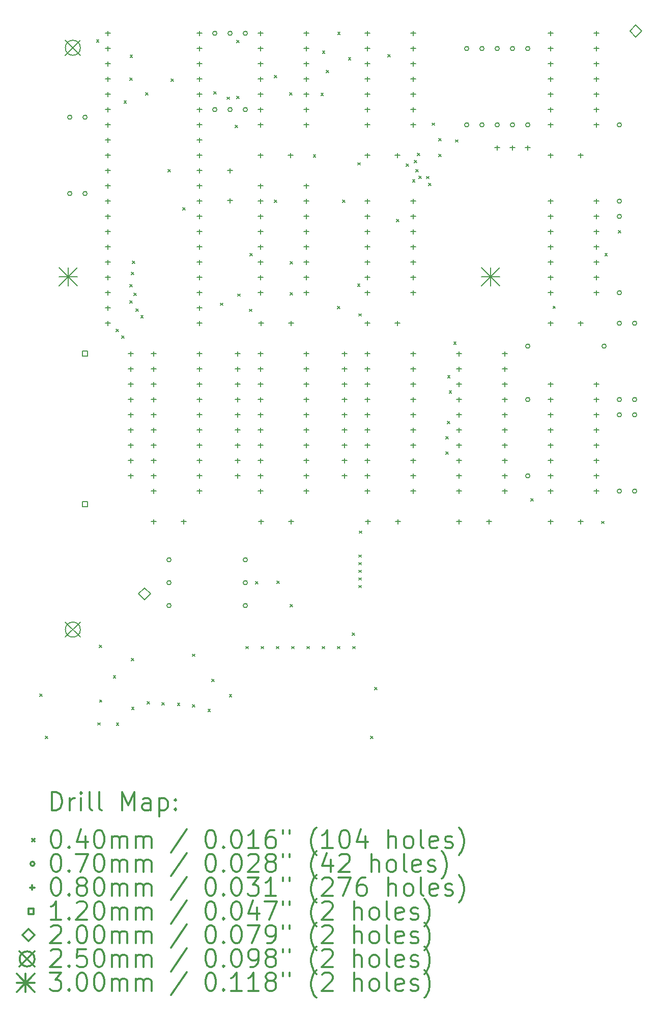
<source format=gbr>
%FSLAX45Y45*%
G04 Gerber Fmt 4.5, Leading zero omitted, Abs format (unit mm)*
G04 Created by KiCad (PCBNEW (5.1.5)-3) date 2020-07-22 19:22:05*
%MOMM*%
%LPD*%
G04 APERTURE LIST*
%ADD10C,0.200000*%
%ADD11C,0.300000*%
G04 APERTURE END LIST*
D10*
X6482400Y-16077250D02*
X6522400Y-16117250D01*
X6522400Y-16077250D02*
X6482400Y-16117250D01*
X6577650Y-16775750D02*
X6617650Y-16815750D01*
X6617650Y-16775750D02*
X6577650Y-16815750D01*
X7428550Y-5187000D02*
X7468550Y-5227000D01*
X7468550Y-5187000D02*
X7428550Y-5227000D01*
X7447600Y-16553500D02*
X7487600Y-16593500D01*
X7487600Y-16553500D02*
X7447600Y-16593500D01*
X7473000Y-15264450D02*
X7513000Y-15304450D01*
X7513000Y-15264450D02*
X7473000Y-15304450D01*
X7479350Y-16172500D02*
X7519350Y-16212500D01*
X7519350Y-16172500D02*
X7479350Y-16212500D01*
X7707950Y-15772450D02*
X7747950Y-15812450D01*
X7747950Y-15772450D02*
X7707950Y-15812450D01*
X7752400Y-10006650D02*
X7792400Y-10046650D01*
X7792400Y-10006650D02*
X7752400Y-10046650D01*
X7758750Y-16559850D02*
X7798750Y-16599850D01*
X7798750Y-16559850D02*
X7758750Y-16599850D01*
X7847650Y-10114600D02*
X7887650Y-10154600D01*
X7887650Y-10114600D02*
X7847650Y-10154600D01*
X7885750Y-6203000D02*
X7925750Y-6243000D01*
X7925750Y-6203000D02*
X7885750Y-6243000D01*
X7981000Y-5822000D02*
X8021000Y-5862000D01*
X8021000Y-5822000D02*
X7981000Y-5862000D01*
X7981000Y-9257350D02*
X8021000Y-9297350D01*
X8021000Y-9257350D02*
X7981000Y-9297350D01*
X7981000Y-9530400D02*
X8021000Y-9570400D01*
X8021000Y-9530400D02*
X7981000Y-9570400D01*
X7987350Y-5441000D02*
X8027350Y-5481000D01*
X8027350Y-5441000D02*
X7987350Y-5481000D01*
X8006400Y-9054150D02*
X8046400Y-9094150D01*
X8046400Y-9054150D02*
X8006400Y-9094150D01*
X8006400Y-15480350D02*
X8046400Y-15520350D01*
X8046400Y-15480350D02*
X8006400Y-15520350D01*
X8012750Y-16293150D02*
X8052750Y-16333150D01*
X8052750Y-16293150D02*
X8012750Y-16333150D01*
X8025450Y-8870000D02*
X8065450Y-8910000D01*
X8065450Y-8870000D02*
X8025450Y-8910000D01*
X8050850Y-9403400D02*
X8090850Y-9443400D01*
X8090850Y-9403400D02*
X8050850Y-9443400D01*
X8082600Y-9663750D02*
X8122600Y-9703750D01*
X8122600Y-9663750D02*
X8082600Y-9703750D01*
X8165150Y-9778050D02*
X8205150Y-9818050D01*
X8205150Y-9778050D02*
X8165150Y-9818050D01*
X8247700Y-6069650D02*
X8287700Y-6109650D01*
X8287700Y-6069650D02*
X8247700Y-6109650D01*
X8273100Y-16204250D02*
X8313100Y-16244250D01*
X8313100Y-16204250D02*
X8273100Y-16244250D01*
X8514400Y-16216950D02*
X8554400Y-16256950D01*
X8554400Y-16216950D02*
X8514400Y-16256950D01*
X8616000Y-7346000D02*
X8656000Y-7386000D01*
X8656000Y-7346000D02*
X8616000Y-7386000D01*
X8666800Y-5841050D02*
X8706800Y-5881050D01*
X8706800Y-5841050D02*
X8666800Y-5881050D01*
X8774750Y-16229650D02*
X8814750Y-16269650D01*
X8814750Y-16229650D02*
X8774750Y-16269650D01*
X8863650Y-7981000D02*
X8903650Y-8021000D01*
X8903650Y-7981000D02*
X8863650Y-8021000D01*
X9022400Y-15410500D02*
X9062400Y-15450500D01*
X9062400Y-15410500D02*
X9022400Y-15450500D01*
X9022400Y-16255050D02*
X9062400Y-16295050D01*
X9062400Y-16255050D02*
X9022400Y-16295050D01*
X9282750Y-16331250D02*
X9322750Y-16371250D01*
X9322750Y-16331250D02*
X9282750Y-16371250D01*
X9346250Y-15829600D02*
X9386250Y-15869600D01*
X9386250Y-15829600D02*
X9346250Y-15869600D01*
X9378000Y-6050600D02*
X9418000Y-6090600D01*
X9418000Y-6050600D02*
X9378000Y-6090600D01*
X9492300Y-9568500D02*
X9532300Y-9608500D01*
X9532300Y-9568500D02*
X9492300Y-9608500D01*
X9600250Y-6139500D02*
X9640250Y-6179500D01*
X9640250Y-6139500D02*
X9600250Y-6179500D01*
X9638350Y-16083600D02*
X9678350Y-16123600D01*
X9678350Y-16083600D02*
X9638350Y-16123600D01*
X9733600Y-6609400D02*
X9773600Y-6649400D01*
X9773600Y-6609400D02*
X9733600Y-6649400D01*
X9759000Y-5193350D02*
X9799000Y-5233350D01*
X9799000Y-5193350D02*
X9759000Y-5233350D01*
X9759000Y-6126800D02*
X9799000Y-6166800D01*
X9799000Y-6126800D02*
X9759000Y-6166800D01*
X9778050Y-9416100D02*
X9818050Y-9456100D01*
X9818050Y-9416100D02*
X9778050Y-9456100D01*
X9911400Y-15283500D02*
X9951400Y-15323500D01*
X9951400Y-15283500D02*
X9911400Y-15323500D01*
X9974900Y-9670100D02*
X10014900Y-9710100D01*
X10014900Y-9670100D02*
X9974900Y-9710100D01*
X9981250Y-8743000D02*
X10021250Y-8783000D01*
X10021250Y-8743000D02*
X9981250Y-8783000D01*
X10076500Y-14204000D02*
X10116500Y-14244000D01*
X10116500Y-14204000D02*
X10076500Y-14244000D01*
X10165400Y-15283500D02*
X10205400Y-15323500D01*
X10205400Y-15283500D02*
X10165400Y-15323500D01*
X10387650Y-5777550D02*
X10427650Y-5817550D01*
X10427650Y-5777550D02*
X10387650Y-5817550D01*
X10387650Y-7854000D02*
X10427650Y-7894000D01*
X10427650Y-7854000D02*
X10387650Y-7894000D01*
X10419400Y-15283500D02*
X10459400Y-15323500D01*
X10459400Y-15283500D02*
X10419400Y-15323500D01*
X10432100Y-14197650D02*
X10472100Y-14237650D01*
X10472100Y-14197650D02*
X10432100Y-14237650D01*
X10640000Y-6071300D02*
X10680000Y-6111300D01*
X10680000Y-6071300D02*
X10640000Y-6111300D01*
X10648000Y-8876350D02*
X10688000Y-8916350D01*
X10688000Y-8876350D02*
X10648000Y-8916350D01*
X10648000Y-9397050D02*
X10688000Y-9437050D01*
X10688000Y-9397050D02*
X10648000Y-9437050D01*
X10648000Y-14585000D02*
X10688000Y-14625000D01*
X10688000Y-14585000D02*
X10648000Y-14625000D01*
X10673400Y-15283500D02*
X10713400Y-15323500D01*
X10713400Y-15283500D02*
X10673400Y-15323500D01*
X10927400Y-15283500D02*
X10967400Y-15323500D01*
X10967400Y-15283500D02*
X10927400Y-15323500D01*
X11035350Y-7098350D02*
X11075350Y-7138350D01*
X11075350Y-7098350D02*
X11035350Y-7138350D01*
X11162350Y-6076000D02*
X11202350Y-6116000D01*
X11202350Y-6076000D02*
X11162350Y-6116000D01*
X11181400Y-15283500D02*
X11221400Y-15323500D01*
X11221400Y-15283500D02*
X11181400Y-15323500D01*
X11187750Y-5371150D02*
X11227750Y-5411150D01*
X11227750Y-5371150D02*
X11187750Y-5411150D01*
X11254425Y-5698175D02*
X11294425Y-5738175D01*
X11294425Y-5698175D02*
X11254425Y-5738175D01*
X11435400Y-9625650D02*
X11475400Y-9665650D01*
X11475400Y-9625650D02*
X11435400Y-9665650D01*
X11435400Y-15283500D02*
X11475400Y-15323500D01*
X11475400Y-15283500D02*
X11435400Y-15323500D01*
X11441750Y-5060000D02*
X11481750Y-5100000D01*
X11481750Y-5060000D02*
X11441750Y-5100000D01*
X11524300Y-7854000D02*
X11564300Y-7894000D01*
X11564300Y-7854000D02*
X11524300Y-7894000D01*
X11619550Y-5485450D02*
X11659550Y-5525450D01*
X11659550Y-5485450D02*
X11619550Y-5525450D01*
X11683050Y-15061250D02*
X11723050Y-15101250D01*
X11723050Y-15061250D02*
X11683050Y-15101250D01*
X11689400Y-15283500D02*
X11729400Y-15323500D01*
X11729400Y-15283500D02*
X11689400Y-15323500D01*
X11771950Y-9251000D02*
X11811950Y-9291000D01*
X11811950Y-9251000D02*
X11771950Y-9291000D01*
X11778300Y-7231700D02*
X11818300Y-7271700D01*
X11818300Y-7231700D02*
X11778300Y-7271700D01*
X11791000Y-9746300D02*
X11831000Y-9786300D01*
X11831000Y-9746300D02*
X11791000Y-9786300D01*
X11791000Y-13759500D02*
X11831000Y-13799500D01*
X11831000Y-13759500D02*
X11791000Y-13799500D01*
X11791000Y-13886500D02*
X11831000Y-13926500D01*
X11831000Y-13886500D02*
X11791000Y-13926500D01*
X11791000Y-14013500D02*
X11831000Y-14053500D01*
X11831000Y-14013500D02*
X11791000Y-14053500D01*
X11791000Y-14140500D02*
X11831000Y-14180500D01*
X11831000Y-14140500D02*
X11791000Y-14180500D01*
X11791000Y-14267500D02*
X11831000Y-14307500D01*
X11831000Y-14267500D02*
X11791000Y-14307500D01*
X11800150Y-13363000D02*
X11840150Y-13403000D01*
X11840150Y-13363000D02*
X11800150Y-13403000D01*
X11987850Y-16775750D02*
X12027850Y-16815750D01*
X12027850Y-16775750D02*
X11987850Y-16815750D01*
X12057700Y-15962950D02*
X12097700Y-16002950D01*
X12097700Y-15962950D02*
X12057700Y-16002950D01*
X12273600Y-5434650D02*
X12313600Y-5474650D01*
X12313600Y-5434650D02*
X12273600Y-5474650D01*
X12418000Y-8179500D02*
X12458000Y-8219500D01*
X12458000Y-8179500D02*
X12418000Y-8219500D01*
X12578400Y-7250750D02*
X12618400Y-7290750D01*
X12618400Y-7250750D02*
X12578400Y-7290750D01*
X12686350Y-7517450D02*
X12726350Y-7557450D01*
X12726350Y-7517450D02*
X12686350Y-7557450D01*
X12718100Y-7193600D02*
X12758100Y-7233600D01*
X12758100Y-7193600D02*
X12718100Y-7233600D01*
X12743500Y-7346000D02*
X12783500Y-7386000D01*
X12783500Y-7346000D02*
X12743500Y-7386000D01*
X12768900Y-7072950D02*
X12808900Y-7112950D01*
X12808900Y-7072950D02*
X12768900Y-7112950D01*
X12794300Y-7453950D02*
X12834300Y-7493950D01*
X12834300Y-7453950D02*
X12794300Y-7493950D01*
X12921300Y-7460300D02*
X12961300Y-7500300D01*
X12961300Y-7460300D02*
X12921300Y-7500300D01*
X12953050Y-7574600D02*
X12993050Y-7614600D01*
X12993050Y-7574600D02*
X12953050Y-7614600D01*
X13010200Y-6571300D02*
X13050200Y-6611300D01*
X13050200Y-6571300D02*
X13010200Y-6611300D01*
X13124500Y-6831650D02*
X13164500Y-6871650D01*
X13164500Y-6831650D02*
X13124500Y-6871650D01*
X13124500Y-7092000D02*
X13164500Y-7132000D01*
X13164500Y-7092000D02*
X13124500Y-7132000D01*
X13238800Y-11791000D02*
X13278800Y-11831000D01*
X13278800Y-11791000D02*
X13238800Y-11831000D01*
X13238800Y-12045000D02*
X13278800Y-12085000D01*
X13278800Y-12045000D02*
X13238800Y-12085000D01*
X13264200Y-11537000D02*
X13304200Y-11577000D01*
X13304200Y-11537000D02*
X13264200Y-11577000D01*
X13270550Y-10775000D02*
X13310550Y-10815000D01*
X13310550Y-10775000D02*
X13270550Y-10815000D01*
X13295950Y-11029000D02*
X13335950Y-11069000D01*
X13335950Y-11029000D02*
X13295950Y-11069000D01*
X13372150Y-10216200D02*
X13412150Y-10256200D01*
X13412150Y-10216200D02*
X13372150Y-10256200D01*
X13403900Y-6850700D02*
X13443900Y-6890700D01*
X13443900Y-6850700D02*
X13403900Y-6890700D01*
X14654850Y-12826050D02*
X14694850Y-12866050D01*
X14694850Y-12826050D02*
X14654850Y-12866050D01*
X15023150Y-9619300D02*
X15063150Y-9659300D01*
X15063150Y-9619300D02*
X15023150Y-9659300D01*
X15829600Y-13200700D02*
X15869600Y-13240700D01*
X15869600Y-13200700D02*
X15829600Y-13240700D01*
X15886750Y-8743000D02*
X15926750Y-8783000D01*
X15926750Y-8743000D02*
X15886750Y-8783000D01*
X16109000Y-8362000D02*
X16149000Y-8402000D01*
X16149000Y-8362000D02*
X16109000Y-8402000D01*
X14386000Y-5334000D02*
G75*
G03X14386000Y-5334000I-35000J0D01*
G01*
X14386000Y-6604000D02*
G75*
G03X14386000Y-6604000I-35000J0D01*
G01*
X14640000Y-5334000D02*
G75*
G03X14640000Y-5334000I-35000J0D01*
G01*
X14640000Y-6604000D02*
G75*
G03X14640000Y-6604000I-35000J0D01*
G01*
X14640000Y-11176000D02*
G75*
G03X14640000Y-11176000I-35000J0D01*
G01*
X14640000Y-12446000D02*
G75*
G03X14640000Y-12446000I-35000J0D01*
G01*
X13624000Y-5334000D02*
G75*
G03X13624000Y-5334000I-35000J0D01*
G01*
X13624000Y-6604000D02*
G75*
G03X13624000Y-6604000I-35000J0D01*
G01*
X8671000Y-13843000D02*
G75*
G03X8671000Y-13843000I-35000J0D01*
G01*
X9941000Y-13843000D02*
G75*
G03X9941000Y-13843000I-35000J0D01*
G01*
X14640000Y-10287000D02*
G75*
G03X14640000Y-10287000I-35000J0D01*
G01*
X15910000Y-10287000D02*
G75*
G03X15910000Y-10287000I-35000J0D01*
G01*
X16164000Y-11430000D02*
G75*
G03X16164000Y-11430000I-35000J0D01*
G01*
X16164000Y-12700000D02*
G75*
G03X16164000Y-12700000I-35000J0D01*
G01*
X16164000Y-9906000D02*
G75*
G03X16164000Y-9906000I-35000J0D01*
G01*
X16164000Y-11176000D02*
G75*
G03X16164000Y-11176000I-35000J0D01*
G01*
X9433000Y-5080000D02*
G75*
G03X9433000Y-5080000I-35000J0D01*
G01*
X9433000Y-6350000D02*
G75*
G03X9433000Y-6350000I-35000J0D01*
G01*
X7020000Y-6477000D02*
G75*
G03X7020000Y-6477000I-35000J0D01*
G01*
X7020000Y-7747000D02*
G75*
G03X7020000Y-7747000I-35000J0D01*
G01*
X8671000Y-14224000D02*
G75*
G03X8671000Y-14224000I-35000J0D01*
G01*
X9941000Y-14224000D02*
G75*
G03X9941000Y-14224000I-35000J0D01*
G01*
X16418000Y-11430000D02*
G75*
G03X16418000Y-11430000I-35000J0D01*
G01*
X16418000Y-12700000D02*
G75*
G03X16418000Y-12700000I-35000J0D01*
G01*
X14132000Y-5334000D02*
G75*
G03X14132000Y-5334000I-35000J0D01*
G01*
X14132000Y-6604000D02*
G75*
G03X14132000Y-6604000I-35000J0D01*
G01*
X7274000Y-6477000D02*
G75*
G03X7274000Y-6477000I-35000J0D01*
G01*
X7274000Y-7747000D02*
G75*
G03X7274000Y-7747000I-35000J0D01*
G01*
X16418000Y-9906000D02*
G75*
G03X16418000Y-9906000I-35000J0D01*
G01*
X16418000Y-11176000D02*
G75*
G03X16418000Y-11176000I-35000J0D01*
G01*
X9941000Y-5080000D02*
G75*
G03X9941000Y-5080000I-35000J0D01*
G01*
X9941000Y-6350000D02*
G75*
G03X9941000Y-6350000I-35000J0D01*
G01*
X16164000Y-8128000D02*
G75*
G03X16164000Y-8128000I-35000J0D01*
G01*
X16164000Y-9398000D02*
G75*
G03X16164000Y-9398000I-35000J0D01*
G01*
X8671000Y-14605000D02*
G75*
G03X8671000Y-14605000I-35000J0D01*
G01*
X9941000Y-14605000D02*
G75*
G03X9941000Y-14605000I-35000J0D01*
G01*
X16164000Y-6604000D02*
G75*
G03X16164000Y-6604000I-35000J0D01*
G01*
X16164000Y-7874000D02*
G75*
G03X16164000Y-7874000I-35000J0D01*
G01*
X9687000Y-5080000D02*
G75*
G03X9687000Y-5080000I-35000J0D01*
G01*
X9687000Y-6350000D02*
G75*
G03X9687000Y-6350000I-35000J0D01*
G01*
X13878000Y-5334000D02*
G75*
G03X13878000Y-5334000I-35000J0D01*
G01*
X13878000Y-6604000D02*
G75*
G03X13878000Y-6604000I-35000J0D01*
G01*
X14986000Y-9866000D02*
X14986000Y-9946000D01*
X14946000Y-9906000D02*
X15026000Y-9906000D01*
X15486000Y-9866000D02*
X15486000Y-9946000D01*
X15446000Y-9906000D02*
X15526000Y-9906000D01*
X9779000Y-10374000D02*
X9779000Y-10454000D01*
X9739000Y-10414000D02*
X9819000Y-10414000D01*
X9779000Y-10628000D02*
X9779000Y-10708000D01*
X9739000Y-10668000D02*
X9819000Y-10668000D01*
X9779000Y-10882000D02*
X9779000Y-10962000D01*
X9739000Y-10922000D02*
X9819000Y-10922000D01*
X9779000Y-11136000D02*
X9779000Y-11216000D01*
X9739000Y-11176000D02*
X9819000Y-11176000D01*
X9779000Y-11390000D02*
X9779000Y-11470000D01*
X9739000Y-11430000D02*
X9819000Y-11430000D01*
X9779000Y-11644000D02*
X9779000Y-11724000D01*
X9739000Y-11684000D02*
X9819000Y-11684000D01*
X9779000Y-11898000D02*
X9779000Y-11978000D01*
X9739000Y-11938000D02*
X9819000Y-11938000D01*
X9779000Y-12152000D02*
X9779000Y-12232000D01*
X9739000Y-12192000D02*
X9819000Y-12192000D01*
X9779000Y-12406000D02*
X9779000Y-12486000D01*
X9739000Y-12446000D02*
X9819000Y-12446000D01*
X13462000Y-10374000D02*
X13462000Y-10454000D01*
X13422000Y-10414000D02*
X13502000Y-10414000D01*
X13462000Y-10628000D02*
X13462000Y-10708000D01*
X13422000Y-10668000D02*
X13502000Y-10668000D01*
X13462000Y-10882000D02*
X13462000Y-10962000D01*
X13422000Y-10922000D02*
X13502000Y-10922000D01*
X13462000Y-11136000D02*
X13462000Y-11216000D01*
X13422000Y-11176000D02*
X13502000Y-11176000D01*
X13462000Y-11390000D02*
X13462000Y-11470000D01*
X13422000Y-11430000D02*
X13502000Y-11430000D01*
X13462000Y-11644000D02*
X13462000Y-11724000D01*
X13422000Y-11684000D02*
X13502000Y-11684000D01*
X13462000Y-11898000D02*
X13462000Y-11978000D01*
X13422000Y-11938000D02*
X13502000Y-11938000D01*
X13462000Y-12152000D02*
X13462000Y-12232000D01*
X13422000Y-12192000D02*
X13502000Y-12192000D01*
X13462000Y-12406000D02*
X13462000Y-12486000D01*
X13422000Y-12446000D02*
X13502000Y-12446000D01*
X13462000Y-12660000D02*
X13462000Y-12740000D01*
X13422000Y-12700000D02*
X13502000Y-12700000D01*
X14224000Y-10374000D02*
X14224000Y-10454000D01*
X14184000Y-10414000D02*
X14264000Y-10414000D01*
X14224000Y-10628000D02*
X14224000Y-10708000D01*
X14184000Y-10668000D02*
X14264000Y-10668000D01*
X14224000Y-10882000D02*
X14224000Y-10962000D01*
X14184000Y-10922000D02*
X14264000Y-10922000D01*
X14224000Y-11136000D02*
X14224000Y-11216000D01*
X14184000Y-11176000D02*
X14264000Y-11176000D01*
X14224000Y-11390000D02*
X14224000Y-11470000D01*
X14184000Y-11430000D02*
X14264000Y-11430000D01*
X14224000Y-11644000D02*
X14224000Y-11724000D01*
X14184000Y-11684000D02*
X14264000Y-11684000D01*
X14224000Y-11898000D02*
X14224000Y-11978000D01*
X14184000Y-11938000D02*
X14264000Y-11938000D01*
X14224000Y-12152000D02*
X14224000Y-12232000D01*
X14184000Y-12192000D02*
X14264000Y-12192000D01*
X14224000Y-12406000D02*
X14224000Y-12486000D01*
X14184000Y-12446000D02*
X14264000Y-12446000D01*
X14224000Y-12660000D02*
X14224000Y-12740000D01*
X14184000Y-12700000D02*
X14264000Y-12700000D01*
X11557000Y-10374000D02*
X11557000Y-10454000D01*
X11517000Y-10414000D02*
X11597000Y-10414000D01*
X11557000Y-10628000D02*
X11557000Y-10708000D01*
X11517000Y-10668000D02*
X11597000Y-10668000D01*
X11557000Y-10882000D02*
X11557000Y-10962000D01*
X11517000Y-10922000D02*
X11597000Y-10922000D01*
X11557000Y-11136000D02*
X11557000Y-11216000D01*
X11517000Y-11176000D02*
X11597000Y-11176000D01*
X11557000Y-11390000D02*
X11557000Y-11470000D01*
X11517000Y-11430000D02*
X11597000Y-11430000D01*
X11557000Y-11644000D02*
X11557000Y-11724000D01*
X11517000Y-11684000D02*
X11597000Y-11684000D01*
X11557000Y-11898000D02*
X11557000Y-11978000D01*
X11517000Y-11938000D02*
X11597000Y-11938000D01*
X11557000Y-12152000D02*
X11557000Y-12232000D01*
X11517000Y-12192000D02*
X11597000Y-12192000D01*
X11557000Y-12406000D02*
X11557000Y-12486000D01*
X11517000Y-12446000D02*
X11597000Y-12446000D01*
X8382000Y-10374000D02*
X8382000Y-10454000D01*
X8342000Y-10414000D02*
X8422000Y-10414000D01*
X8382000Y-10628000D02*
X8382000Y-10708000D01*
X8342000Y-10668000D02*
X8422000Y-10668000D01*
X8382000Y-10882000D02*
X8382000Y-10962000D01*
X8342000Y-10922000D02*
X8422000Y-10922000D01*
X8382000Y-11136000D02*
X8382000Y-11216000D01*
X8342000Y-11176000D02*
X8422000Y-11176000D01*
X8382000Y-11390000D02*
X8382000Y-11470000D01*
X8342000Y-11430000D02*
X8422000Y-11430000D01*
X8382000Y-11644000D02*
X8382000Y-11724000D01*
X8342000Y-11684000D02*
X8422000Y-11684000D01*
X8382000Y-11898000D02*
X8382000Y-11978000D01*
X8342000Y-11938000D02*
X8422000Y-11938000D01*
X8382000Y-12152000D02*
X8382000Y-12232000D01*
X8342000Y-12192000D02*
X8422000Y-12192000D01*
X8382000Y-12406000D02*
X8382000Y-12486000D01*
X8342000Y-12446000D02*
X8422000Y-12446000D01*
X8382000Y-12660000D02*
X8382000Y-12740000D01*
X8342000Y-12700000D02*
X8422000Y-12700000D01*
X9144000Y-10374000D02*
X9144000Y-10454000D01*
X9104000Y-10414000D02*
X9184000Y-10414000D01*
X9144000Y-10628000D02*
X9144000Y-10708000D01*
X9104000Y-10668000D02*
X9184000Y-10668000D01*
X9144000Y-10882000D02*
X9144000Y-10962000D01*
X9104000Y-10922000D02*
X9184000Y-10922000D01*
X9144000Y-11136000D02*
X9144000Y-11216000D01*
X9104000Y-11176000D02*
X9184000Y-11176000D01*
X9144000Y-11390000D02*
X9144000Y-11470000D01*
X9104000Y-11430000D02*
X9184000Y-11430000D01*
X9144000Y-11644000D02*
X9144000Y-11724000D01*
X9104000Y-11684000D02*
X9184000Y-11684000D01*
X9144000Y-11898000D02*
X9144000Y-11978000D01*
X9104000Y-11938000D02*
X9184000Y-11938000D01*
X9144000Y-12152000D02*
X9144000Y-12232000D01*
X9104000Y-12192000D02*
X9184000Y-12192000D01*
X9144000Y-12406000D02*
X9144000Y-12486000D01*
X9104000Y-12446000D02*
X9184000Y-12446000D01*
X9144000Y-12660000D02*
X9144000Y-12740000D01*
X9104000Y-12700000D02*
X9184000Y-12700000D01*
X9652000Y-7326000D02*
X9652000Y-7406000D01*
X9612000Y-7366000D02*
X9692000Y-7366000D01*
X9652000Y-7826000D02*
X9652000Y-7906000D01*
X9612000Y-7866000D02*
X9692000Y-7866000D01*
X11938000Y-7834000D02*
X11938000Y-7914000D01*
X11898000Y-7874000D02*
X11978000Y-7874000D01*
X11938000Y-8088000D02*
X11938000Y-8168000D01*
X11898000Y-8128000D02*
X11978000Y-8128000D01*
X11938000Y-8342000D02*
X11938000Y-8422000D01*
X11898000Y-8382000D02*
X11978000Y-8382000D01*
X11938000Y-8596000D02*
X11938000Y-8676000D01*
X11898000Y-8636000D02*
X11978000Y-8636000D01*
X11938000Y-8850000D02*
X11938000Y-8930000D01*
X11898000Y-8890000D02*
X11978000Y-8890000D01*
X11938000Y-9104000D02*
X11938000Y-9184000D01*
X11898000Y-9144000D02*
X11978000Y-9144000D01*
X11938000Y-9358000D02*
X11938000Y-9438000D01*
X11898000Y-9398000D02*
X11978000Y-9398000D01*
X12700000Y-7834000D02*
X12700000Y-7914000D01*
X12660000Y-7874000D02*
X12740000Y-7874000D01*
X12700000Y-8088000D02*
X12700000Y-8168000D01*
X12660000Y-8128000D02*
X12740000Y-8128000D01*
X12700000Y-8342000D02*
X12700000Y-8422000D01*
X12660000Y-8382000D02*
X12740000Y-8382000D01*
X12700000Y-8596000D02*
X12700000Y-8676000D01*
X12660000Y-8636000D02*
X12740000Y-8636000D01*
X12700000Y-8850000D02*
X12700000Y-8930000D01*
X12660000Y-8890000D02*
X12740000Y-8890000D01*
X12700000Y-9104000D02*
X12700000Y-9184000D01*
X12660000Y-9144000D02*
X12740000Y-9144000D01*
X12700000Y-9358000D02*
X12700000Y-9438000D01*
X12660000Y-9398000D02*
X12740000Y-9398000D01*
X11938000Y-10374000D02*
X11938000Y-10454000D01*
X11898000Y-10414000D02*
X11978000Y-10414000D01*
X11938000Y-10628000D02*
X11938000Y-10708000D01*
X11898000Y-10668000D02*
X11978000Y-10668000D01*
X11938000Y-10882000D02*
X11938000Y-10962000D01*
X11898000Y-10922000D02*
X11978000Y-10922000D01*
X11938000Y-11136000D02*
X11938000Y-11216000D01*
X11898000Y-11176000D02*
X11978000Y-11176000D01*
X11938000Y-11390000D02*
X11938000Y-11470000D01*
X11898000Y-11430000D02*
X11978000Y-11430000D01*
X11938000Y-11644000D02*
X11938000Y-11724000D01*
X11898000Y-11684000D02*
X11978000Y-11684000D01*
X11938000Y-11898000D02*
X11938000Y-11978000D01*
X11898000Y-11938000D02*
X11978000Y-11938000D01*
X11938000Y-12152000D02*
X11938000Y-12232000D01*
X11898000Y-12192000D02*
X11978000Y-12192000D01*
X11938000Y-12406000D02*
X11938000Y-12486000D01*
X11898000Y-12446000D02*
X11978000Y-12446000D01*
X11938000Y-12660000D02*
X11938000Y-12740000D01*
X11898000Y-12700000D02*
X11978000Y-12700000D01*
X12700000Y-10374000D02*
X12700000Y-10454000D01*
X12660000Y-10414000D02*
X12740000Y-10414000D01*
X12700000Y-10628000D02*
X12700000Y-10708000D01*
X12660000Y-10668000D02*
X12740000Y-10668000D01*
X12700000Y-10882000D02*
X12700000Y-10962000D01*
X12660000Y-10922000D02*
X12740000Y-10922000D01*
X12700000Y-11136000D02*
X12700000Y-11216000D01*
X12660000Y-11176000D02*
X12740000Y-11176000D01*
X12700000Y-11390000D02*
X12700000Y-11470000D01*
X12660000Y-11430000D02*
X12740000Y-11430000D01*
X12700000Y-11644000D02*
X12700000Y-11724000D01*
X12660000Y-11684000D02*
X12740000Y-11684000D01*
X12700000Y-11898000D02*
X12700000Y-11978000D01*
X12660000Y-11938000D02*
X12740000Y-11938000D01*
X12700000Y-12152000D02*
X12700000Y-12232000D01*
X12660000Y-12192000D02*
X12740000Y-12192000D01*
X12700000Y-12406000D02*
X12700000Y-12486000D01*
X12660000Y-12446000D02*
X12740000Y-12446000D01*
X12700000Y-12660000D02*
X12700000Y-12740000D01*
X12660000Y-12700000D02*
X12740000Y-12700000D01*
X10168000Y-13168000D02*
X10168000Y-13248000D01*
X10128000Y-13208000D02*
X10208000Y-13208000D01*
X10668000Y-13168000D02*
X10668000Y-13248000D01*
X10628000Y-13208000D02*
X10708000Y-13208000D01*
X14986000Y-5040000D02*
X14986000Y-5120000D01*
X14946000Y-5080000D02*
X15026000Y-5080000D01*
X14986000Y-5294000D02*
X14986000Y-5374000D01*
X14946000Y-5334000D02*
X15026000Y-5334000D01*
X14986000Y-5548000D02*
X14986000Y-5628000D01*
X14946000Y-5588000D02*
X15026000Y-5588000D01*
X14986000Y-5802000D02*
X14986000Y-5882000D01*
X14946000Y-5842000D02*
X15026000Y-5842000D01*
X14986000Y-6056000D02*
X14986000Y-6136000D01*
X14946000Y-6096000D02*
X15026000Y-6096000D01*
X14986000Y-6310000D02*
X14986000Y-6390000D01*
X14946000Y-6350000D02*
X15026000Y-6350000D01*
X14986000Y-6564000D02*
X14986000Y-6644000D01*
X14946000Y-6604000D02*
X15026000Y-6604000D01*
X15748000Y-5040000D02*
X15748000Y-5120000D01*
X15708000Y-5080000D02*
X15788000Y-5080000D01*
X15748000Y-5294000D02*
X15748000Y-5374000D01*
X15708000Y-5334000D02*
X15788000Y-5334000D01*
X15748000Y-5548000D02*
X15748000Y-5628000D01*
X15708000Y-5588000D02*
X15788000Y-5588000D01*
X15748000Y-5802000D02*
X15748000Y-5882000D01*
X15708000Y-5842000D02*
X15788000Y-5842000D01*
X15748000Y-6056000D02*
X15748000Y-6136000D01*
X15708000Y-6096000D02*
X15788000Y-6096000D01*
X15748000Y-6310000D02*
X15748000Y-6390000D01*
X15708000Y-6350000D02*
X15788000Y-6350000D01*
X15748000Y-6564000D02*
X15748000Y-6644000D01*
X15708000Y-6604000D02*
X15788000Y-6604000D01*
X10160000Y-7072000D02*
X10160000Y-7152000D01*
X10120000Y-7112000D02*
X10200000Y-7112000D01*
X10660000Y-7072000D02*
X10660000Y-7152000D01*
X10620000Y-7112000D02*
X10700000Y-7112000D01*
X10160000Y-7580000D02*
X10160000Y-7660000D01*
X10120000Y-7620000D02*
X10200000Y-7620000D01*
X10160000Y-7834000D02*
X10160000Y-7914000D01*
X10120000Y-7874000D02*
X10200000Y-7874000D01*
X10160000Y-8088000D02*
X10160000Y-8168000D01*
X10120000Y-8128000D02*
X10200000Y-8128000D01*
X10160000Y-8342000D02*
X10160000Y-8422000D01*
X10120000Y-8382000D02*
X10200000Y-8382000D01*
X10160000Y-8596000D02*
X10160000Y-8676000D01*
X10120000Y-8636000D02*
X10200000Y-8636000D01*
X10160000Y-8850000D02*
X10160000Y-8930000D01*
X10120000Y-8890000D02*
X10200000Y-8890000D01*
X10160000Y-9104000D02*
X10160000Y-9184000D01*
X10120000Y-9144000D02*
X10200000Y-9144000D01*
X10160000Y-9358000D02*
X10160000Y-9438000D01*
X10120000Y-9398000D02*
X10200000Y-9398000D01*
X10922000Y-7580000D02*
X10922000Y-7660000D01*
X10882000Y-7620000D02*
X10962000Y-7620000D01*
X10922000Y-7834000D02*
X10922000Y-7914000D01*
X10882000Y-7874000D02*
X10962000Y-7874000D01*
X10922000Y-8088000D02*
X10922000Y-8168000D01*
X10882000Y-8128000D02*
X10962000Y-8128000D01*
X10922000Y-8342000D02*
X10922000Y-8422000D01*
X10882000Y-8382000D02*
X10962000Y-8382000D01*
X10922000Y-8596000D02*
X10922000Y-8676000D01*
X10882000Y-8636000D02*
X10962000Y-8636000D01*
X10922000Y-8850000D02*
X10922000Y-8930000D01*
X10882000Y-8890000D02*
X10962000Y-8890000D01*
X10922000Y-9104000D02*
X10922000Y-9184000D01*
X10882000Y-9144000D02*
X10962000Y-9144000D01*
X10922000Y-9358000D02*
X10922000Y-9438000D01*
X10882000Y-9398000D02*
X10962000Y-9398000D01*
X11938000Y-7072000D02*
X11938000Y-7152000D01*
X11898000Y-7112000D02*
X11978000Y-7112000D01*
X12438000Y-7072000D02*
X12438000Y-7152000D01*
X12398000Y-7112000D02*
X12478000Y-7112000D01*
X14986000Y-10882000D02*
X14986000Y-10962000D01*
X14946000Y-10922000D02*
X15026000Y-10922000D01*
X14986000Y-11136000D02*
X14986000Y-11216000D01*
X14946000Y-11176000D02*
X15026000Y-11176000D01*
X14986000Y-11390000D02*
X14986000Y-11470000D01*
X14946000Y-11430000D02*
X15026000Y-11430000D01*
X14986000Y-11644000D02*
X14986000Y-11724000D01*
X14946000Y-11684000D02*
X15026000Y-11684000D01*
X14986000Y-11898000D02*
X14986000Y-11978000D01*
X14946000Y-11938000D02*
X15026000Y-11938000D01*
X14986000Y-12152000D02*
X14986000Y-12232000D01*
X14946000Y-12192000D02*
X15026000Y-12192000D01*
X14986000Y-12406000D02*
X14986000Y-12486000D01*
X14946000Y-12446000D02*
X15026000Y-12446000D01*
X14986000Y-12660000D02*
X14986000Y-12740000D01*
X14946000Y-12700000D02*
X15026000Y-12700000D01*
X15748000Y-10882000D02*
X15748000Y-10962000D01*
X15708000Y-10922000D02*
X15788000Y-10922000D01*
X15748000Y-11136000D02*
X15748000Y-11216000D01*
X15708000Y-11176000D02*
X15788000Y-11176000D01*
X15748000Y-11390000D02*
X15748000Y-11470000D01*
X15708000Y-11430000D02*
X15788000Y-11430000D01*
X15748000Y-11644000D02*
X15748000Y-11724000D01*
X15708000Y-11684000D02*
X15788000Y-11684000D01*
X15748000Y-11898000D02*
X15748000Y-11978000D01*
X15708000Y-11938000D02*
X15788000Y-11938000D01*
X15748000Y-12152000D02*
X15748000Y-12232000D01*
X15708000Y-12192000D02*
X15788000Y-12192000D01*
X15748000Y-12406000D02*
X15748000Y-12486000D01*
X15708000Y-12446000D02*
X15788000Y-12446000D01*
X15748000Y-12660000D02*
X15748000Y-12740000D01*
X15708000Y-12700000D02*
X15788000Y-12700000D01*
X7620000Y-5040000D02*
X7620000Y-5120000D01*
X7580000Y-5080000D02*
X7660000Y-5080000D01*
X7620000Y-5294000D02*
X7620000Y-5374000D01*
X7580000Y-5334000D02*
X7660000Y-5334000D01*
X7620000Y-5548000D02*
X7620000Y-5628000D01*
X7580000Y-5588000D02*
X7660000Y-5588000D01*
X7620000Y-5802000D02*
X7620000Y-5882000D01*
X7580000Y-5842000D02*
X7660000Y-5842000D01*
X7620000Y-6056000D02*
X7620000Y-6136000D01*
X7580000Y-6096000D02*
X7660000Y-6096000D01*
X7620000Y-6310000D02*
X7620000Y-6390000D01*
X7580000Y-6350000D02*
X7660000Y-6350000D01*
X7620000Y-6564000D02*
X7620000Y-6644000D01*
X7580000Y-6604000D02*
X7660000Y-6604000D01*
X7620000Y-6818000D02*
X7620000Y-6898000D01*
X7580000Y-6858000D02*
X7660000Y-6858000D01*
X7620000Y-7072000D02*
X7620000Y-7152000D01*
X7580000Y-7112000D02*
X7660000Y-7112000D01*
X7620000Y-7326000D02*
X7620000Y-7406000D01*
X7580000Y-7366000D02*
X7660000Y-7366000D01*
X7620000Y-7580000D02*
X7620000Y-7660000D01*
X7580000Y-7620000D02*
X7660000Y-7620000D01*
X7620000Y-7834000D02*
X7620000Y-7914000D01*
X7580000Y-7874000D02*
X7660000Y-7874000D01*
X7620000Y-8088000D02*
X7620000Y-8168000D01*
X7580000Y-8128000D02*
X7660000Y-8128000D01*
X7620000Y-8342000D02*
X7620000Y-8422000D01*
X7580000Y-8382000D02*
X7660000Y-8382000D01*
X7620000Y-8596000D02*
X7620000Y-8676000D01*
X7580000Y-8636000D02*
X7660000Y-8636000D01*
X7620000Y-8850000D02*
X7620000Y-8930000D01*
X7580000Y-8890000D02*
X7660000Y-8890000D01*
X7620000Y-9104000D02*
X7620000Y-9184000D01*
X7580000Y-9144000D02*
X7660000Y-9144000D01*
X7620000Y-9358000D02*
X7620000Y-9438000D01*
X7580000Y-9398000D02*
X7660000Y-9398000D01*
X7620000Y-9612000D02*
X7620000Y-9692000D01*
X7580000Y-9652000D02*
X7660000Y-9652000D01*
X7620000Y-9866000D02*
X7620000Y-9946000D01*
X7580000Y-9906000D02*
X7660000Y-9906000D01*
X9144000Y-5040000D02*
X9144000Y-5120000D01*
X9104000Y-5080000D02*
X9184000Y-5080000D01*
X9144000Y-5294000D02*
X9144000Y-5374000D01*
X9104000Y-5334000D02*
X9184000Y-5334000D01*
X9144000Y-5548000D02*
X9144000Y-5628000D01*
X9104000Y-5588000D02*
X9184000Y-5588000D01*
X9144000Y-5802000D02*
X9144000Y-5882000D01*
X9104000Y-5842000D02*
X9184000Y-5842000D01*
X9144000Y-6056000D02*
X9144000Y-6136000D01*
X9104000Y-6096000D02*
X9184000Y-6096000D01*
X9144000Y-6310000D02*
X9144000Y-6390000D01*
X9104000Y-6350000D02*
X9184000Y-6350000D01*
X9144000Y-6564000D02*
X9144000Y-6644000D01*
X9104000Y-6604000D02*
X9184000Y-6604000D01*
X9144000Y-6818000D02*
X9144000Y-6898000D01*
X9104000Y-6858000D02*
X9184000Y-6858000D01*
X9144000Y-7072000D02*
X9144000Y-7152000D01*
X9104000Y-7112000D02*
X9184000Y-7112000D01*
X9144000Y-7326000D02*
X9144000Y-7406000D01*
X9104000Y-7366000D02*
X9184000Y-7366000D01*
X9144000Y-7580000D02*
X9144000Y-7660000D01*
X9104000Y-7620000D02*
X9184000Y-7620000D01*
X9144000Y-7834000D02*
X9144000Y-7914000D01*
X9104000Y-7874000D02*
X9184000Y-7874000D01*
X9144000Y-8088000D02*
X9144000Y-8168000D01*
X9104000Y-8128000D02*
X9184000Y-8128000D01*
X9144000Y-8342000D02*
X9144000Y-8422000D01*
X9104000Y-8382000D02*
X9184000Y-8382000D01*
X9144000Y-8596000D02*
X9144000Y-8676000D01*
X9104000Y-8636000D02*
X9184000Y-8636000D01*
X9144000Y-8850000D02*
X9144000Y-8930000D01*
X9104000Y-8890000D02*
X9184000Y-8890000D01*
X9144000Y-9104000D02*
X9144000Y-9184000D01*
X9104000Y-9144000D02*
X9184000Y-9144000D01*
X9144000Y-9358000D02*
X9144000Y-9438000D01*
X9104000Y-9398000D02*
X9184000Y-9398000D01*
X9144000Y-9612000D02*
X9144000Y-9692000D01*
X9104000Y-9652000D02*
X9184000Y-9652000D01*
X9144000Y-9866000D02*
X9144000Y-9946000D01*
X9104000Y-9906000D02*
X9184000Y-9906000D01*
X11946000Y-13168000D02*
X11946000Y-13248000D01*
X11906000Y-13208000D02*
X11986000Y-13208000D01*
X12446000Y-13168000D02*
X12446000Y-13248000D01*
X12406000Y-13208000D02*
X12486000Y-13208000D01*
X8001000Y-10374000D02*
X8001000Y-10454000D01*
X7961000Y-10414000D02*
X8041000Y-10414000D01*
X8001000Y-10628000D02*
X8001000Y-10708000D01*
X7961000Y-10668000D02*
X8041000Y-10668000D01*
X8001000Y-10882000D02*
X8001000Y-10962000D01*
X7961000Y-10922000D02*
X8041000Y-10922000D01*
X8001000Y-11136000D02*
X8001000Y-11216000D01*
X7961000Y-11176000D02*
X8041000Y-11176000D01*
X8001000Y-11390000D02*
X8001000Y-11470000D01*
X7961000Y-11430000D02*
X8041000Y-11430000D01*
X8001000Y-11644000D02*
X8001000Y-11724000D01*
X7961000Y-11684000D02*
X8041000Y-11684000D01*
X8001000Y-11898000D02*
X8001000Y-11978000D01*
X7961000Y-11938000D02*
X8041000Y-11938000D01*
X8001000Y-12152000D02*
X8001000Y-12232000D01*
X7961000Y-12192000D02*
X8041000Y-12192000D01*
X8001000Y-12406000D02*
X8001000Y-12486000D01*
X7961000Y-12446000D02*
X8041000Y-12446000D01*
X10160000Y-5040000D02*
X10160000Y-5120000D01*
X10120000Y-5080000D02*
X10200000Y-5080000D01*
X10160000Y-5294000D02*
X10160000Y-5374000D01*
X10120000Y-5334000D02*
X10200000Y-5334000D01*
X10160000Y-5548000D02*
X10160000Y-5628000D01*
X10120000Y-5588000D02*
X10200000Y-5588000D01*
X10160000Y-5802000D02*
X10160000Y-5882000D01*
X10120000Y-5842000D02*
X10200000Y-5842000D01*
X10160000Y-6056000D02*
X10160000Y-6136000D01*
X10120000Y-6096000D02*
X10200000Y-6096000D01*
X10160000Y-6310000D02*
X10160000Y-6390000D01*
X10120000Y-6350000D02*
X10200000Y-6350000D01*
X10160000Y-6564000D02*
X10160000Y-6644000D01*
X10120000Y-6604000D02*
X10200000Y-6604000D01*
X10922000Y-5040000D02*
X10922000Y-5120000D01*
X10882000Y-5080000D02*
X10962000Y-5080000D01*
X10922000Y-5294000D02*
X10922000Y-5374000D01*
X10882000Y-5334000D02*
X10962000Y-5334000D01*
X10922000Y-5548000D02*
X10922000Y-5628000D01*
X10882000Y-5588000D02*
X10962000Y-5588000D01*
X10922000Y-5802000D02*
X10922000Y-5882000D01*
X10882000Y-5842000D02*
X10962000Y-5842000D01*
X10922000Y-6056000D02*
X10922000Y-6136000D01*
X10882000Y-6096000D02*
X10962000Y-6096000D01*
X10922000Y-6310000D02*
X10922000Y-6390000D01*
X10882000Y-6350000D02*
X10962000Y-6350000D01*
X10922000Y-6564000D02*
X10922000Y-6644000D01*
X10882000Y-6604000D02*
X10962000Y-6604000D01*
X14986000Y-13168000D02*
X14986000Y-13248000D01*
X14946000Y-13208000D02*
X15026000Y-13208000D01*
X15486000Y-13168000D02*
X15486000Y-13248000D01*
X15446000Y-13208000D02*
X15526000Y-13208000D01*
X11938000Y-5040000D02*
X11938000Y-5120000D01*
X11898000Y-5080000D02*
X11978000Y-5080000D01*
X11938000Y-5294000D02*
X11938000Y-5374000D01*
X11898000Y-5334000D02*
X11978000Y-5334000D01*
X11938000Y-5548000D02*
X11938000Y-5628000D01*
X11898000Y-5588000D02*
X11978000Y-5588000D01*
X11938000Y-5802000D02*
X11938000Y-5882000D01*
X11898000Y-5842000D02*
X11978000Y-5842000D01*
X11938000Y-6056000D02*
X11938000Y-6136000D01*
X11898000Y-6096000D02*
X11978000Y-6096000D01*
X11938000Y-6310000D02*
X11938000Y-6390000D01*
X11898000Y-6350000D02*
X11978000Y-6350000D01*
X11938000Y-6564000D02*
X11938000Y-6644000D01*
X11898000Y-6604000D02*
X11978000Y-6604000D01*
X12700000Y-5040000D02*
X12700000Y-5120000D01*
X12660000Y-5080000D02*
X12740000Y-5080000D01*
X12700000Y-5294000D02*
X12700000Y-5374000D01*
X12660000Y-5334000D02*
X12740000Y-5334000D01*
X12700000Y-5548000D02*
X12700000Y-5628000D01*
X12660000Y-5588000D02*
X12740000Y-5588000D01*
X12700000Y-5802000D02*
X12700000Y-5882000D01*
X12660000Y-5842000D02*
X12740000Y-5842000D01*
X12700000Y-6056000D02*
X12700000Y-6136000D01*
X12660000Y-6096000D02*
X12740000Y-6096000D01*
X12700000Y-6310000D02*
X12700000Y-6390000D01*
X12660000Y-6350000D02*
X12740000Y-6350000D01*
X12700000Y-6564000D02*
X12700000Y-6644000D01*
X12660000Y-6604000D02*
X12740000Y-6604000D01*
X10160000Y-10374000D02*
X10160000Y-10454000D01*
X10120000Y-10414000D02*
X10200000Y-10414000D01*
X10160000Y-10628000D02*
X10160000Y-10708000D01*
X10120000Y-10668000D02*
X10200000Y-10668000D01*
X10160000Y-10882000D02*
X10160000Y-10962000D01*
X10120000Y-10922000D02*
X10200000Y-10922000D01*
X10160000Y-11136000D02*
X10160000Y-11216000D01*
X10120000Y-11176000D02*
X10200000Y-11176000D01*
X10160000Y-11390000D02*
X10160000Y-11470000D01*
X10120000Y-11430000D02*
X10200000Y-11430000D01*
X10160000Y-11644000D02*
X10160000Y-11724000D01*
X10120000Y-11684000D02*
X10200000Y-11684000D01*
X10160000Y-11898000D02*
X10160000Y-11978000D01*
X10120000Y-11938000D02*
X10200000Y-11938000D01*
X10160000Y-12152000D02*
X10160000Y-12232000D01*
X10120000Y-12192000D02*
X10200000Y-12192000D01*
X10160000Y-12406000D02*
X10160000Y-12486000D01*
X10120000Y-12446000D02*
X10200000Y-12446000D01*
X10160000Y-12660000D02*
X10160000Y-12740000D01*
X10120000Y-12700000D02*
X10200000Y-12700000D01*
X10922000Y-10374000D02*
X10922000Y-10454000D01*
X10882000Y-10414000D02*
X10962000Y-10414000D01*
X10922000Y-10628000D02*
X10922000Y-10708000D01*
X10882000Y-10668000D02*
X10962000Y-10668000D01*
X10922000Y-10882000D02*
X10922000Y-10962000D01*
X10882000Y-10922000D02*
X10962000Y-10922000D01*
X10922000Y-11136000D02*
X10922000Y-11216000D01*
X10882000Y-11176000D02*
X10962000Y-11176000D01*
X10922000Y-11390000D02*
X10922000Y-11470000D01*
X10882000Y-11430000D02*
X10962000Y-11430000D01*
X10922000Y-11644000D02*
X10922000Y-11724000D01*
X10882000Y-11684000D02*
X10962000Y-11684000D01*
X10922000Y-11898000D02*
X10922000Y-11978000D01*
X10882000Y-11938000D02*
X10962000Y-11938000D01*
X10922000Y-12152000D02*
X10922000Y-12232000D01*
X10882000Y-12192000D02*
X10962000Y-12192000D01*
X10922000Y-12406000D02*
X10922000Y-12486000D01*
X10882000Y-12446000D02*
X10962000Y-12446000D01*
X10922000Y-12660000D02*
X10922000Y-12740000D01*
X10882000Y-12700000D02*
X10962000Y-12700000D01*
X11938000Y-9866000D02*
X11938000Y-9946000D01*
X11898000Y-9906000D02*
X11978000Y-9906000D01*
X12438000Y-9866000D02*
X12438000Y-9946000D01*
X12398000Y-9906000D02*
X12478000Y-9906000D01*
X14986000Y-7834000D02*
X14986000Y-7914000D01*
X14946000Y-7874000D02*
X15026000Y-7874000D01*
X14986000Y-8088000D02*
X14986000Y-8168000D01*
X14946000Y-8128000D02*
X15026000Y-8128000D01*
X14986000Y-8342000D02*
X14986000Y-8422000D01*
X14946000Y-8382000D02*
X15026000Y-8382000D01*
X14986000Y-8596000D02*
X14986000Y-8676000D01*
X14946000Y-8636000D02*
X15026000Y-8636000D01*
X14986000Y-8850000D02*
X14986000Y-8930000D01*
X14946000Y-8890000D02*
X15026000Y-8890000D01*
X14986000Y-9104000D02*
X14986000Y-9184000D01*
X14946000Y-9144000D02*
X15026000Y-9144000D01*
X14986000Y-9358000D02*
X14986000Y-9438000D01*
X14946000Y-9398000D02*
X15026000Y-9398000D01*
X15748000Y-7834000D02*
X15748000Y-7914000D01*
X15708000Y-7874000D02*
X15788000Y-7874000D01*
X15748000Y-8088000D02*
X15748000Y-8168000D01*
X15708000Y-8128000D02*
X15788000Y-8128000D01*
X15748000Y-8342000D02*
X15748000Y-8422000D01*
X15708000Y-8382000D02*
X15788000Y-8382000D01*
X15748000Y-8596000D02*
X15748000Y-8676000D01*
X15708000Y-8636000D02*
X15788000Y-8636000D01*
X15748000Y-8850000D02*
X15748000Y-8930000D01*
X15708000Y-8890000D02*
X15788000Y-8890000D01*
X15748000Y-9104000D02*
X15748000Y-9184000D01*
X15708000Y-9144000D02*
X15788000Y-9144000D01*
X15748000Y-9358000D02*
X15748000Y-9438000D01*
X15708000Y-9398000D02*
X15788000Y-9398000D01*
X8382000Y-13168000D02*
X8382000Y-13248000D01*
X8342000Y-13208000D02*
X8422000Y-13208000D01*
X8882000Y-13168000D02*
X8882000Y-13248000D01*
X8842000Y-13208000D02*
X8922000Y-13208000D01*
X10168000Y-9866000D02*
X10168000Y-9946000D01*
X10128000Y-9906000D02*
X10208000Y-9906000D01*
X10668000Y-9866000D02*
X10668000Y-9946000D01*
X10628000Y-9906000D02*
X10708000Y-9906000D01*
X13462000Y-13168000D02*
X13462000Y-13248000D01*
X13422000Y-13208000D02*
X13502000Y-13208000D01*
X13962000Y-13168000D02*
X13962000Y-13248000D01*
X13922000Y-13208000D02*
X14002000Y-13208000D01*
X14986000Y-7072000D02*
X14986000Y-7152000D01*
X14946000Y-7112000D02*
X15026000Y-7112000D01*
X15486000Y-7072000D02*
X15486000Y-7152000D01*
X15446000Y-7112000D02*
X15526000Y-7112000D01*
X14097000Y-6945000D02*
X14097000Y-7025000D01*
X14057000Y-6985000D02*
X14137000Y-6985000D01*
X14351000Y-6945000D02*
X14351000Y-7025000D01*
X14311000Y-6985000D02*
X14391000Y-6985000D01*
X14605000Y-6945000D02*
X14605000Y-7025000D01*
X14565000Y-6985000D02*
X14645000Y-6985000D01*
X7281427Y-10456427D02*
X7281427Y-10371573D01*
X7196573Y-10371573D01*
X7196573Y-10456427D01*
X7281427Y-10456427D01*
X7281427Y-12956427D02*
X7281427Y-12871573D01*
X7196573Y-12871573D01*
X7196573Y-12956427D01*
X7281427Y-12956427D01*
X8226425Y-14509737D02*
X8326425Y-14409737D01*
X8226425Y-14309737D01*
X8126425Y-14409737D01*
X8226425Y-14509737D01*
X16402050Y-5141900D02*
X16502050Y-5041900D01*
X16402050Y-4941900D01*
X16302050Y-5041900D01*
X16402050Y-5141900D01*
X6910800Y-5196300D02*
X7160800Y-5446300D01*
X7160800Y-5196300D02*
X6910800Y-5446300D01*
X7160800Y-5321300D02*
G75*
G03X7160800Y-5321300I-125000J0D01*
G01*
X6910800Y-14880050D02*
X7160800Y-15130050D01*
X7160800Y-14880050D02*
X6910800Y-15130050D01*
X7160800Y-15005050D02*
G75*
G03X7160800Y-15005050I-125000J0D01*
G01*
X6809600Y-8981300D02*
X7109600Y-9281300D01*
X7109600Y-8981300D02*
X6809600Y-9281300D01*
X6959600Y-8981300D02*
X6959600Y-9281300D01*
X6809600Y-9131300D02*
X7109600Y-9131300D01*
X13834287Y-8981300D02*
X14134287Y-9281300D01*
X14134287Y-8981300D02*
X13834287Y-9281300D01*
X13984287Y-8981300D02*
X13984287Y-9281300D01*
X13834287Y-9131300D02*
X14134287Y-9131300D01*
D11*
X6685958Y-18012034D02*
X6685958Y-17712034D01*
X6757387Y-17712034D01*
X6800244Y-17726320D01*
X6828816Y-17754892D01*
X6843101Y-17783463D01*
X6857387Y-17840606D01*
X6857387Y-17883463D01*
X6843101Y-17940606D01*
X6828816Y-17969177D01*
X6800244Y-17997749D01*
X6757387Y-18012034D01*
X6685958Y-18012034D01*
X6985958Y-18012034D02*
X6985958Y-17812034D01*
X6985958Y-17869177D02*
X7000244Y-17840606D01*
X7014530Y-17826320D01*
X7043101Y-17812034D01*
X7071673Y-17812034D01*
X7171673Y-18012034D02*
X7171673Y-17812034D01*
X7171673Y-17712034D02*
X7157387Y-17726320D01*
X7171673Y-17740606D01*
X7185958Y-17726320D01*
X7171673Y-17712034D01*
X7171673Y-17740606D01*
X7357387Y-18012034D02*
X7328816Y-17997749D01*
X7314530Y-17969177D01*
X7314530Y-17712034D01*
X7514530Y-18012034D02*
X7485958Y-17997749D01*
X7471673Y-17969177D01*
X7471673Y-17712034D01*
X7857387Y-18012034D02*
X7857387Y-17712034D01*
X7957387Y-17926320D01*
X8057387Y-17712034D01*
X8057387Y-18012034D01*
X8328816Y-18012034D02*
X8328816Y-17854892D01*
X8314530Y-17826320D01*
X8285958Y-17812034D01*
X8228816Y-17812034D01*
X8200244Y-17826320D01*
X8328816Y-17997749D02*
X8300244Y-18012034D01*
X8228816Y-18012034D01*
X8200244Y-17997749D01*
X8185958Y-17969177D01*
X8185958Y-17940606D01*
X8200244Y-17912034D01*
X8228816Y-17897749D01*
X8300244Y-17897749D01*
X8328816Y-17883463D01*
X8471673Y-17812034D02*
X8471673Y-18112034D01*
X8471673Y-17826320D02*
X8500244Y-17812034D01*
X8557387Y-17812034D01*
X8585958Y-17826320D01*
X8600244Y-17840606D01*
X8614530Y-17869177D01*
X8614530Y-17954892D01*
X8600244Y-17983463D01*
X8585958Y-17997749D01*
X8557387Y-18012034D01*
X8500244Y-18012034D01*
X8471673Y-17997749D01*
X8743101Y-17983463D02*
X8757387Y-17997749D01*
X8743101Y-18012034D01*
X8728816Y-17997749D01*
X8743101Y-17983463D01*
X8743101Y-18012034D01*
X8743101Y-17826320D02*
X8757387Y-17840606D01*
X8743101Y-17854892D01*
X8728816Y-17840606D01*
X8743101Y-17826320D01*
X8743101Y-17854892D01*
X6359530Y-18486320D02*
X6399530Y-18526320D01*
X6399530Y-18486320D02*
X6359530Y-18526320D01*
X6743101Y-18342034D02*
X6771673Y-18342034D01*
X6800244Y-18356320D01*
X6814530Y-18370606D01*
X6828816Y-18399177D01*
X6843101Y-18456320D01*
X6843101Y-18527749D01*
X6828816Y-18584892D01*
X6814530Y-18613463D01*
X6800244Y-18627749D01*
X6771673Y-18642034D01*
X6743101Y-18642034D01*
X6714530Y-18627749D01*
X6700244Y-18613463D01*
X6685958Y-18584892D01*
X6671673Y-18527749D01*
X6671673Y-18456320D01*
X6685958Y-18399177D01*
X6700244Y-18370606D01*
X6714530Y-18356320D01*
X6743101Y-18342034D01*
X6971673Y-18613463D02*
X6985958Y-18627749D01*
X6971673Y-18642034D01*
X6957387Y-18627749D01*
X6971673Y-18613463D01*
X6971673Y-18642034D01*
X7243101Y-18442034D02*
X7243101Y-18642034D01*
X7171673Y-18327749D02*
X7100244Y-18542034D01*
X7285958Y-18542034D01*
X7457387Y-18342034D02*
X7485958Y-18342034D01*
X7514530Y-18356320D01*
X7528816Y-18370606D01*
X7543101Y-18399177D01*
X7557387Y-18456320D01*
X7557387Y-18527749D01*
X7543101Y-18584892D01*
X7528816Y-18613463D01*
X7514530Y-18627749D01*
X7485958Y-18642034D01*
X7457387Y-18642034D01*
X7428816Y-18627749D01*
X7414530Y-18613463D01*
X7400244Y-18584892D01*
X7385958Y-18527749D01*
X7385958Y-18456320D01*
X7400244Y-18399177D01*
X7414530Y-18370606D01*
X7428816Y-18356320D01*
X7457387Y-18342034D01*
X7685958Y-18642034D02*
X7685958Y-18442034D01*
X7685958Y-18470606D02*
X7700244Y-18456320D01*
X7728816Y-18442034D01*
X7771673Y-18442034D01*
X7800244Y-18456320D01*
X7814530Y-18484892D01*
X7814530Y-18642034D01*
X7814530Y-18484892D02*
X7828816Y-18456320D01*
X7857387Y-18442034D01*
X7900244Y-18442034D01*
X7928816Y-18456320D01*
X7943101Y-18484892D01*
X7943101Y-18642034D01*
X8085958Y-18642034D02*
X8085958Y-18442034D01*
X8085958Y-18470606D02*
X8100244Y-18456320D01*
X8128816Y-18442034D01*
X8171673Y-18442034D01*
X8200244Y-18456320D01*
X8214530Y-18484892D01*
X8214530Y-18642034D01*
X8214530Y-18484892D02*
X8228816Y-18456320D01*
X8257387Y-18442034D01*
X8300244Y-18442034D01*
X8328816Y-18456320D01*
X8343101Y-18484892D01*
X8343101Y-18642034D01*
X8928816Y-18327749D02*
X8671673Y-18713463D01*
X9314530Y-18342034D02*
X9343101Y-18342034D01*
X9371673Y-18356320D01*
X9385958Y-18370606D01*
X9400244Y-18399177D01*
X9414530Y-18456320D01*
X9414530Y-18527749D01*
X9400244Y-18584892D01*
X9385958Y-18613463D01*
X9371673Y-18627749D01*
X9343101Y-18642034D01*
X9314530Y-18642034D01*
X9285958Y-18627749D01*
X9271673Y-18613463D01*
X9257387Y-18584892D01*
X9243101Y-18527749D01*
X9243101Y-18456320D01*
X9257387Y-18399177D01*
X9271673Y-18370606D01*
X9285958Y-18356320D01*
X9314530Y-18342034D01*
X9543101Y-18613463D02*
X9557387Y-18627749D01*
X9543101Y-18642034D01*
X9528816Y-18627749D01*
X9543101Y-18613463D01*
X9543101Y-18642034D01*
X9743101Y-18342034D02*
X9771673Y-18342034D01*
X9800244Y-18356320D01*
X9814530Y-18370606D01*
X9828816Y-18399177D01*
X9843101Y-18456320D01*
X9843101Y-18527749D01*
X9828816Y-18584892D01*
X9814530Y-18613463D01*
X9800244Y-18627749D01*
X9771673Y-18642034D01*
X9743101Y-18642034D01*
X9714530Y-18627749D01*
X9700244Y-18613463D01*
X9685958Y-18584892D01*
X9671673Y-18527749D01*
X9671673Y-18456320D01*
X9685958Y-18399177D01*
X9700244Y-18370606D01*
X9714530Y-18356320D01*
X9743101Y-18342034D01*
X10128816Y-18642034D02*
X9957387Y-18642034D01*
X10043101Y-18642034D02*
X10043101Y-18342034D01*
X10014530Y-18384892D01*
X9985958Y-18413463D01*
X9957387Y-18427749D01*
X10385958Y-18342034D02*
X10328816Y-18342034D01*
X10300244Y-18356320D01*
X10285958Y-18370606D01*
X10257387Y-18413463D01*
X10243101Y-18470606D01*
X10243101Y-18584892D01*
X10257387Y-18613463D01*
X10271673Y-18627749D01*
X10300244Y-18642034D01*
X10357387Y-18642034D01*
X10385958Y-18627749D01*
X10400244Y-18613463D01*
X10414530Y-18584892D01*
X10414530Y-18513463D01*
X10400244Y-18484892D01*
X10385958Y-18470606D01*
X10357387Y-18456320D01*
X10300244Y-18456320D01*
X10271673Y-18470606D01*
X10257387Y-18484892D01*
X10243101Y-18513463D01*
X10528816Y-18342034D02*
X10528816Y-18399177D01*
X10643101Y-18342034D02*
X10643101Y-18399177D01*
X11085958Y-18756320D02*
X11071673Y-18742034D01*
X11043101Y-18699177D01*
X11028816Y-18670606D01*
X11014530Y-18627749D01*
X11000244Y-18556320D01*
X11000244Y-18499177D01*
X11014530Y-18427749D01*
X11028816Y-18384892D01*
X11043101Y-18356320D01*
X11071673Y-18313463D01*
X11085958Y-18299177D01*
X11357387Y-18642034D02*
X11185958Y-18642034D01*
X11271673Y-18642034D02*
X11271673Y-18342034D01*
X11243101Y-18384892D01*
X11214530Y-18413463D01*
X11185958Y-18427749D01*
X11543101Y-18342034D02*
X11571673Y-18342034D01*
X11600244Y-18356320D01*
X11614530Y-18370606D01*
X11628816Y-18399177D01*
X11643101Y-18456320D01*
X11643101Y-18527749D01*
X11628816Y-18584892D01*
X11614530Y-18613463D01*
X11600244Y-18627749D01*
X11571673Y-18642034D01*
X11543101Y-18642034D01*
X11514530Y-18627749D01*
X11500244Y-18613463D01*
X11485958Y-18584892D01*
X11471673Y-18527749D01*
X11471673Y-18456320D01*
X11485958Y-18399177D01*
X11500244Y-18370606D01*
X11514530Y-18356320D01*
X11543101Y-18342034D01*
X11900244Y-18442034D02*
X11900244Y-18642034D01*
X11828816Y-18327749D02*
X11757387Y-18542034D01*
X11943101Y-18542034D01*
X12285958Y-18642034D02*
X12285958Y-18342034D01*
X12414530Y-18642034D02*
X12414530Y-18484892D01*
X12400244Y-18456320D01*
X12371673Y-18442034D01*
X12328816Y-18442034D01*
X12300244Y-18456320D01*
X12285958Y-18470606D01*
X12600244Y-18642034D02*
X12571673Y-18627749D01*
X12557387Y-18613463D01*
X12543101Y-18584892D01*
X12543101Y-18499177D01*
X12557387Y-18470606D01*
X12571673Y-18456320D01*
X12600244Y-18442034D01*
X12643101Y-18442034D01*
X12671673Y-18456320D01*
X12685958Y-18470606D01*
X12700244Y-18499177D01*
X12700244Y-18584892D01*
X12685958Y-18613463D01*
X12671673Y-18627749D01*
X12643101Y-18642034D01*
X12600244Y-18642034D01*
X12871673Y-18642034D02*
X12843101Y-18627749D01*
X12828816Y-18599177D01*
X12828816Y-18342034D01*
X13100244Y-18627749D02*
X13071673Y-18642034D01*
X13014530Y-18642034D01*
X12985958Y-18627749D01*
X12971673Y-18599177D01*
X12971673Y-18484892D01*
X12985958Y-18456320D01*
X13014530Y-18442034D01*
X13071673Y-18442034D01*
X13100244Y-18456320D01*
X13114530Y-18484892D01*
X13114530Y-18513463D01*
X12971673Y-18542034D01*
X13228816Y-18627749D02*
X13257387Y-18642034D01*
X13314530Y-18642034D01*
X13343101Y-18627749D01*
X13357387Y-18599177D01*
X13357387Y-18584892D01*
X13343101Y-18556320D01*
X13314530Y-18542034D01*
X13271673Y-18542034D01*
X13243101Y-18527749D01*
X13228816Y-18499177D01*
X13228816Y-18484892D01*
X13243101Y-18456320D01*
X13271673Y-18442034D01*
X13314530Y-18442034D01*
X13343101Y-18456320D01*
X13457387Y-18756320D02*
X13471673Y-18742034D01*
X13500244Y-18699177D01*
X13514530Y-18670606D01*
X13528816Y-18627749D01*
X13543101Y-18556320D01*
X13543101Y-18499177D01*
X13528816Y-18427749D01*
X13514530Y-18384892D01*
X13500244Y-18356320D01*
X13471673Y-18313463D01*
X13457387Y-18299177D01*
X6399530Y-18902320D02*
G75*
G03X6399530Y-18902320I-35000J0D01*
G01*
X6743101Y-18738034D02*
X6771673Y-18738034D01*
X6800244Y-18752320D01*
X6814530Y-18766606D01*
X6828816Y-18795177D01*
X6843101Y-18852320D01*
X6843101Y-18923749D01*
X6828816Y-18980892D01*
X6814530Y-19009463D01*
X6800244Y-19023749D01*
X6771673Y-19038034D01*
X6743101Y-19038034D01*
X6714530Y-19023749D01*
X6700244Y-19009463D01*
X6685958Y-18980892D01*
X6671673Y-18923749D01*
X6671673Y-18852320D01*
X6685958Y-18795177D01*
X6700244Y-18766606D01*
X6714530Y-18752320D01*
X6743101Y-18738034D01*
X6971673Y-19009463D02*
X6985958Y-19023749D01*
X6971673Y-19038034D01*
X6957387Y-19023749D01*
X6971673Y-19009463D01*
X6971673Y-19038034D01*
X7085958Y-18738034D02*
X7285958Y-18738034D01*
X7157387Y-19038034D01*
X7457387Y-18738034D02*
X7485958Y-18738034D01*
X7514530Y-18752320D01*
X7528816Y-18766606D01*
X7543101Y-18795177D01*
X7557387Y-18852320D01*
X7557387Y-18923749D01*
X7543101Y-18980892D01*
X7528816Y-19009463D01*
X7514530Y-19023749D01*
X7485958Y-19038034D01*
X7457387Y-19038034D01*
X7428816Y-19023749D01*
X7414530Y-19009463D01*
X7400244Y-18980892D01*
X7385958Y-18923749D01*
X7385958Y-18852320D01*
X7400244Y-18795177D01*
X7414530Y-18766606D01*
X7428816Y-18752320D01*
X7457387Y-18738034D01*
X7685958Y-19038034D02*
X7685958Y-18838034D01*
X7685958Y-18866606D02*
X7700244Y-18852320D01*
X7728816Y-18838034D01*
X7771673Y-18838034D01*
X7800244Y-18852320D01*
X7814530Y-18880892D01*
X7814530Y-19038034D01*
X7814530Y-18880892D02*
X7828816Y-18852320D01*
X7857387Y-18838034D01*
X7900244Y-18838034D01*
X7928816Y-18852320D01*
X7943101Y-18880892D01*
X7943101Y-19038034D01*
X8085958Y-19038034D02*
X8085958Y-18838034D01*
X8085958Y-18866606D02*
X8100244Y-18852320D01*
X8128816Y-18838034D01*
X8171673Y-18838034D01*
X8200244Y-18852320D01*
X8214530Y-18880892D01*
X8214530Y-19038034D01*
X8214530Y-18880892D02*
X8228816Y-18852320D01*
X8257387Y-18838034D01*
X8300244Y-18838034D01*
X8328816Y-18852320D01*
X8343101Y-18880892D01*
X8343101Y-19038034D01*
X8928816Y-18723749D02*
X8671673Y-19109463D01*
X9314530Y-18738034D02*
X9343101Y-18738034D01*
X9371673Y-18752320D01*
X9385958Y-18766606D01*
X9400244Y-18795177D01*
X9414530Y-18852320D01*
X9414530Y-18923749D01*
X9400244Y-18980892D01*
X9385958Y-19009463D01*
X9371673Y-19023749D01*
X9343101Y-19038034D01*
X9314530Y-19038034D01*
X9285958Y-19023749D01*
X9271673Y-19009463D01*
X9257387Y-18980892D01*
X9243101Y-18923749D01*
X9243101Y-18852320D01*
X9257387Y-18795177D01*
X9271673Y-18766606D01*
X9285958Y-18752320D01*
X9314530Y-18738034D01*
X9543101Y-19009463D02*
X9557387Y-19023749D01*
X9543101Y-19038034D01*
X9528816Y-19023749D01*
X9543101Y-19009463D01*
X9543101Y-19038034D01*
X9743101Y-18738034D02*
X9771673Y-18738034D01*
X9800244Y-18752320D01*
X9814530Y-18766606D01*
X9828816Y-18795177D01*
X9843101Y-18852320D01*
X9843101Y-18923749D01*
X9828816Y-18980892D01*
X9814530Y-19009463D01*
X9800244Y-19023749D01*
X9771673Y-19038034D01*
X9743101Y-19038034D01*
X9714530Y-19023749D01*
X9700244Y-19009463D01*
X9685958Y-18980892D01*
X9671673Y-18923749D01*
X9671673Y-18852320D01*
X9685958Y-18795177D01*
X9700244Y-18766606D01*
X9714530Y-18752320D01*
X9743101Y-18738034D01*
X9957387Y-18766606D02*
X9971673Y-18752320D01*
X10000244Y-18738034D01*
X10071673Y-18738034D01*
X10100244Y-18752320D01*
X10114530Y-18766606D01*
X10128816Y-18795177D01*
X10128816Y-18823749D01*
X10114530Y-18866606D01*
X9943101Y-19038034D01*
X10128816Y-19038034D01*
X10300244Y-18866606D02*
X10271673Y-18852320D01*
X10257387Y-18838034D01*
X10243101Y-18809463D01*
X10243101Y-18795177D01*
X10257387Y-18766606D01*
X10271673Y-18752320D01*
X10300244Y-18738034D01*
X10357387Y-18738034D01*
X10385958Y-18752320D01*
X10400244Y-18766606D01*
X10414530Y-18795177D01*
X10414530Y-18809463D01*
X10400244Y-18838034D01*
X10385958Y-18852320D01*
X10357387Y-18866606D01*
X10300244Y-18866606D01*
X10271673Y-18880892D01*
X10257387Y-18895177D01*
X10243101Y-18923749D01*
X10243101Y-18980892D01*
X10257387Y-19009463D01*
X10271673Y-19023749D01*
X10300244Y-19038034D01*
X10357387Y-19038034D01*
X10385958Y-19023749D01*
X10400244Y-19009463D01*
X10414530Y-18980892D01*
X10414530Y-18923749D01*
X10400244Y-18895177D01*
X10385958Y-18880892D01*
X10357387Y-18866606D01*
X10528816Y-18738034D02*
X10528816Y-18795177D01*
X10643101Y-18738034D02*
X10643101Y-18795177D01*
X11085958Y-19152320D02*
X11071673Y-19138034D01*
X11043101Y-19095177D01*
X11028816Y-19066606D01*
X11014530Y-19023749D01*
X11000244Y-18952320D01*
X11000244Y-18895177D01*
X11014530Y-18823749D01*
X11028816Y-18780892D01*
X11043101Y-18752320D01*
X11071673Y-18709463D01*
X11085958Y-18695177D01*
X11328816Y-18838034D02*
X11328816Y-19038034D01*
X11257387Y-18723749D02*
X11185958Y-18938034D01*
X11371673Y-18938034D01*
X11471673Y-18766606D02*
X11485958Y-18752320D01*
X11514530Y-18738034D01*
X11585958Y-18738034D01*
X11614530Y-18752320D01*
X11628816Y-18766606D01*
X11643101Y-18795177D01*
X11643101Y-18823749D01*
X11628816Y-18866606D01*
X11457387Y-19038034D01*
X11643101Y-19038034D01*
X12000244Y-19038034D02*
X12000244Y-18738034D01*
X12128816Y-19038034D02*
X12128816Y-18880892D01*
X12114530Y-18852320D01*
X12085958Y-18838034D01*
X12043101Y-18838034D01*
X12014530Y-18852320D01*
X12000244Y-18866606D01*
X12314530Y-19038034D02*
X12285958Y-19023749D01*
X12271673Y-19009463D01*
X12257387Y-18980892D01*
X12257387Y-18895177D01*
X12271673Y-18866606D01*
X12285958Y-18852320D01*
X12314530Y-18838034D01*
X12357387Y-18838034D01*
X12385958Y-18852320D01*
X12400244Y-18866606D01*
X12414530Y-18895177D01*
X12414530Y-18980892D01*
X12400244Y-19009463D01*
X12385958Y-19023749D01*
X12357387Y-19038034D01*
X12314530Y-19038034D01*
X12585958Y-19038034D02*
X12557387Y-19023749D01*
X12543101Y-18995177D01*
X12543101Y-18738034D01*
X12814530Y-19023749D02*
X12785958Y-19038034D01*
X12728816Y-19038034D01*
X12700244Y-19023749D01*
X12685958Y-18995177D01*
X12685958Y-18880892D01*
X12700244Y-18852320D01*
X12728816Y-18838034D01*
X12785958Y-18838034D01*
X12814530Y-18852320D01*
X12828816Y-18880892D01*
X12828816Y-18909463D01*
X12685958Y-18938034D01*
X12943101Y-19023749D02*
X12971673Y-19038034D01*
X13028816Y-19038034D01*
X13057387Y-19023749D01*
X13071673Y-18995177D01*
X13071673Y-18980892D01*
X13057387Y-18952320D01*
X13028816Y-18938034D01*
X12985958Y-18938034D01*
X12957387Y-18923749D01*
X12943101Y-18895177D01*
X12943101Y-18880892D01*
X12957387Y-18852320D01*
X12985958Y-18838034D01*
X13028816Y-18838034D01*
X13057387Y-18852320D01*
X13171673Y-19152320D02*
X13185958Y-19138034D01*
X13214530Y-19095177D01*
X13228816Y-19066606D01*
X13243101Y-19023749D01*
X13257387Y-18952320D01*
X13257387Y-18895177D01*
X13243101Y-18823749D01*
X13228816Y-18780892D01*
X13214530Y-18752320D01*
X13185958Y-18709463D01*
X13171673Y-18695177D01*
X6359530Y-19258320D02*
X6359530Y-19338320D01*
X6319530Y-19298320D02*
X6399530Y-19298320D01*
X6743101Y-19134034D02*
X6771673Y-19134034D01*
X6800244Y-19148320D01*
X6814530Y-19162606D01*
X6828816Y-19191177D01*
X6843101Y-19248320D01*
X6843101Y-19319749D01*
X6828816Y-19376892D01*
X6814530Y-19405463D01*
X6800244Y-19419749D01*
X6771673Y-19434034D01*
X6743101Y-19434034D01*
X6714530Y-19419749D01*
X6700244Y-19405463D01*
X6685958Y-19376892D01*
X6671673Y-19319749D01*
X6671673Y-19248320D01*
X6685958Y-19191177D01*
X6700244Y-19162606D01*
X6714530Y-19148320D01*
X6743101Y-19134034D01*
X6971673Y-19405463D02*
X6985958Y-19419749D01*
X6971673Y-19434034D01*
X6957387Y-19419749D01*
X6971673Y-19405463D01*
X6971673Y-19434034D01*
X7157387Y-19262606D02*
X7128816Y-19248320D01*
X7114530Y-19234034D01*
X7100244Y-19205463D01*
X7100244Y-19191177D01*
X7114530Y-19162606D01*
X7128816Y-19148320D01*
X7157387Y-19134034D01*
X7214530Y-19134034D01*
X7243101Y-19148320D01*
X7257387Y-19162606D01*
X7271673Y-19191177D01*
X7271673Y-19205463D01*
X7257387Y-19234034D01*
X7243101Y-19248320D01*
X7214530Y-19262606D01*
X7157387Y-19262606D01*
X7128816Y-19276892D01*
X7114530Y-19291177D01*
X7100244Y-19319749D01*
X7100244Y-19376892D01*
X7114530Y-19405463D01*
X7128816Y-19419749D01*
X7157387Y-19434034D01*
X7214530Y-19434034D01*
X7243101Y-19419749D01*
X7257387Y-19405463D01*
X7271673Y-19376892D01*
X7271673Y-19319749D01*
X7257387Y-19291177D01*
X7243101Y-19276892D01*
X7214530Y-19262606D01*
X7457387Y-19134034D02*
X7485958Y-19134034D01*
X7514530Y-19148320D01*
X7528816Y-19162606D01*
X7543101Y-19191177D01*
X7557387Y-19248320D01*
X7557387Y-19319749D01*
X7543101Y-19376892D01*
X7528816Y-19405463D01*
X7514530Y-19419749D01*
X7485958Y-19434034D01*
X7457387Y-19434034D01*
X7428816Y-19419749D01*
X7414530Y-19405463D01*
X7400244Y-19376892D01*
X7385958Y-19319749D01*
X7385958Y-19248320D01*
X7400244Y-19191177D01*
X7414530Y-19162606D01*
X7428816Y-19148320D01*
X7457387Y-19134034D01*
X7685958Y-19434034D02*
X7685958Y-19234034D01*
X7685958Y-19262606D02*
X7700244Y-19248320D01*
X7728816Y-19234034D01*
X7771673Y-19234034D01*
X7800244Y-19248320D01*
X7814530Y-19276892D01*
X7814530Y-19434034D01*
X7814530Y-19276892D02*
X7828816Y-19248320D01*
X7857387Y-19234034D01*
X7900244Y-19234034D01*
X7928816Y-19248320D01*
X7943101Y-19276892D01*
X7943101Y-19434034D01*
X8085958Y-19434034D02*
X8085958Y-19234034D01*
X8085958Y-19262606D02*
X8100244Y-19248320D01*
X8128816Y-19234034D01*
X8171673Y-19234034D01*
X8200244Y-19248320D01*
X8214530Y-19276892D01*
X8214530Y-19434034D01*
X8214530Y-19276892D02*
X8228816Y-19248320D01*
X8257387Y-19234034D01*
X8300244Y-19234034D01*
X8328816Y-19248320D01*
X8343101Y-19276892D01*
X8343101Y-19434034D01*
X8928816Y-19119749D02*
X8671673Y-19505463D01*
X9314530Y-19134034D02*
X9343101Y-19134034D01*
X9371673Y-19148320D01*
X9385958Y-19162606D01*
X9400244Y-19191177D01*
X9414530Y-19248320D01*
X9414530Y-19319749D01*
X9400244Y-19376892D01*
X9385958Y-19405463D01*
X9371673Y-19419749D01*
X9343101Y-19434034D01*
X9314530Y-19434034D01*
X9285958Y-19419749D01*
X9271673Y-19405463D01*
X9257387Y-19376892D01*
X9243101Y-19319749D01*
X9243101Y-19248320D01*
X9257387Y-19191177D01*
X9271673Y-19162606D01*
X9285958Y-19148320D01*
X9314530Y-19134034D01*
X9543101Y-19405463D02*
X9557387Y-19419749D01*
X9543101Y-19434034D01*
X9528816Y-19419749D01*
X9543101Y-19405463D01*
X9543101Y-19434034D01*
X9743101Y-19134034D02*
X9771673Y-19134034D01*
X9800244Y-19148320D01*
X9814530Y-19162606D01*
X9828816Y-19191177D01*
X9843101Y-19248320D01*
X9843101Y-19319749D01*
X9828816Y-19376892D01*
X9814530Y-19405463D01*
X9800244Y-19419749D01*
X9771673Y-19434034D01*
X9743101Y-19434034D01*
X9714530Y-19419749D01*
X9700244Y-19405463D01*
X9685958Y-19376892D01*
X9671673Y-19319749D01*
X9671673Y-19248320D01*
X9685958Y-19191177D01*
X9700244Y-19162606D01*
X9714530Y-19148320D01*
X9743101Y-19134034D01*
X9943101Y-19134034D02*
X10128816Y-19134034D01*
X10028816Y-19248320D01*
X10071673Y-19248320D01*
X10100244Y-19262606D01*
X10114530Y-19276892D01*
X10128816Y-19305463D01*
X10128816Y-19376892D01*
X10114530Y-19405463D01*
X10100244Y-19419749D01*
X10071673Y-19434034D01*
X9985958Y-19434034D01*
X9957387Y-19419749D01*
X9943101Y-19405463D01*
X10414530Y-19434034D02*
X10243101Y-19434034D01*
X10328816Y-19434034D02*
X10328816Y-19134034D01*
X10300244Y-19176892D01*
X10271673Y-19205463D01*
X10243101Y-19219749D01*
X10528816Y-19134034D02*
X10528816Y-19191177D01*
X10643101Y-19134034D02*
X10643101Y-19191177D01*
X11085958Y-19548320D02*
X11071673Y-19534034D01*
X11043101Y-19491177D01*
X11028816Y-19462606D01*
X11014530Y-19419749D01*
X11000244Y-19348320D01*
X11000244Y-19291177D01*
X11014530Y-19219749D01*
X11028816Y-19176892D01*
X11043101Y-19148320D01*
X11071673Y-19105463D01*
X11085958Y-19091177D01*
X11185958Y-19162606D02*
X11200244Y-19148320D01*
X11228816Y-19134034D01*
X11300244Y-19134034D01*
X11328816Y-19148320D01*
X11343101Y-19162606D01*
X11357387Y-19191177D01*
X11357387Y-19219749D01*
X11343101Y-19262606D01*
X11171673Y-19434034D01*
X11357387Y-19434034D01*
X11457387Y-19134034D02*
X11657387Y-19134034D01*
X11528816Y-19434034D01*
X11900244Y-19134034D02*
X11843101Y-19134034D01*
X11814530Y-19148320D01*
X11800244Y-19162606D01*
X11771673Y-19205463D01*
X11757387Y-19262606D01*
X11757387Y-19376892D01*
X11771673Y-19405463D01*
X11785958Y-19419749D01*
X11814530Y-19434034D01*
X11871673Y-19434034D01*
X11900244Y-19419749D01*
X11914530Y-19405463D01*
X11928816Y-19376892D01*
X11928816Y-19305463D01*
X11914530Y-19276892D01*
X11900244Y-19262606D01*
X11871673Y-19248320D01*
X11814530Y-19248320D01*
X11785958Y-19262606D01*
X11771673Y-19276892D01*
X11757387Y-19305463D01*
X12285958Y-19434034D02*
X12285958Y-19134034D01*
X12414530Y-19434034D02*
X12414530Y-19276892D01*
X12400244Y-19248320D01*
X12371673Y-19234034D01*
X12328816Y-19234034D01*
X12300244Y-19248320D01*
X12285958Y-19262606D01*
X12600244Y-19434034D02*
X12571673Y-19419749D01*
X12557387Y-19405463D01*
X12543101Y-19376892D01*
X12543101Y-19291177D01*
X12557387Y-19262606D01*
X12571673Y-19248320D01*
X12600244Y-19234034D01*
X12643101Y-19234034D01*
X12671673Y-19248320D01*
X12685958Y-19262606D01*
X12700244Y-19291177D01*
X12700244Y-19376892D01*
X12685958Y-19405463D01*
X12671673Y-19419749D01*
X12643101Y-19434034D01*
X12600244Y-19434034D01*
X12871673Y-19434034D02*
X12843101Y-19419749D01*
X12828816Y-19391177D01*
X12828816Y-19134034D01*
X13100244Y-19419749D02*
X13071673Y-19434034D01*
X13014530Y-19434034D01*
X12985958Y-19419749D01*
X12971673Y-19391177D01*
X12971673Y-19276892D01*
X12985958Y-19248320D01*
X13014530Y-19234034D01*
X13071673Y-19234034D01*
X13100244Y-19248320D01*
X13114530Y-19276892D01*
X13114530Y-19305463D01*
X12971673Y-19334034D01*
X13228816Y-19419749D02*
X13257387Y-19434034D01*
X13314530Y-19434034D01*
X13343101Y-19419749D01*
X13357387Y-19391177D01*
X13357387Y-19376892D01*
X13343101Y-19348320D01*
X13314530Y-19334034D01*
X13271673Y-19334034D01*
X13243101Y-19319749D01*
X13228816Y-19291177D01*
X13228816Y-19276892D01*
X13243101Y-19248320D01*
X13271673Y-19234034D01*
X13314530Y-19234034D01*
X13343101Y-19248320D01*
X13457387Y-19548320D02*
X13471673Y-19534034D01*
X13500244Y-19491177D01*
X13514530Y-19462606D01*
X13528816Y-19419749D01*
X13543101Y-19348320D01*
X13543101Y-19291177D01*
X13528816Y-19219749D01*
X13514530Y-19176892D01*
X13500244Y-19148320D01*
X13471673Y-19105463D01*
X13457387Y-19091177D01*
X6381957Y-19736747D02*
X6381957Y-19651893D01*
X6297103Y-19651893D01*
X6297103Y-19736747D01*
X6381957Y-19736747D01*
X6843101Y-19830034D02*
X6671673Y-19830034D01*
X6757387Y-19830034D02*
X6757387Y-19530034D01*
X6728816Y-19572892D01*
X6700244Y-19601463D01*
X6671673Y-19615749D01*
X6971673Y-19801463D02*
X6985958Y-19815749D01*
X6971673Y-19830034D01*
X6957387Y-19815749D01*
X6971673Y-19801463D01*
X6971673Y-19830034D01*
X7100244Y-19558606D02*
X7114530Y-19544320D01*
X7143101Y-19530034D01*
X7214530Y-19530034D01*
X7243101Y-19544320D01*
X7257387Y-19558606D01*
X7271673Y-19587177D01*
X7271673Y-19615749D01*
X7257387Y-19658606D01*
X7085958Y-19830034D01*
X7271673Y-19830034D01*
X7457387Y-19530034D02*
X7485958Y-19530034D01*
X7514530Y-19544320D01*
X7528816Y-19558606D01*
X7543101Y-19587177D01*
X7557387Y-19644320D01*
X7557387Y-19715749D01*
X7543101Y-19772892D01*
X7528816Y-19801463D01*
X7514530Y-19815749D01*
X7485958Y-19830034D01*
X7457387Y-19830034D01*
X7428816Y-19815749D01*
X7414530Y-19801463D01*
X7400244Y-19772892D01*
X7385958Y-19715749D01*
X7385958Y-19644320D01*
X7400244Y-19587177D01*
X7414530Y-19558606D01*
X7428816Y-19544320D01*
X7457387Y-19530034D01*
X7685958Y-19830034D02*
X7685958Y-19630034D01*
X7685958Y-19658606D02*
X7700244Y-19644320D01*
X7728816Y-19630034D01*
X7771673Y-19630034D01*
X7800244Y-19644320D01*
X7814530Y-19672892D01*
X7814530Y-19830034D01*
X7814530Y-19672892D02*
X7828816Y-19644320D01*
X7857387Y-19630034D01*
X7900244Y-19630034D01*
X7928816Y-19644320D01*
X7943101Y-19672892D01*
X7943101Y-19830034D01*
X8085958Y-19830034D02*
X8085958Y-19630034D01*
X8085958Y-19658606D02*
X8100244Y-19644320D01*
X8128816Y-19630034D01*
X8171673Y-19630034D01*
X8200244Y-19644320D01*
X8214530Y-19672892D01*
X8214530Y-19830034D01*
X8214530Y-19672892D02*
X8228816Y-19644320D01*
X8257387Y-19630034D01*
X8300244Y-19630034D01*
X8328816Y-19644320D01*
X8343101Y-19672892D01*
X8343101Y-19830034D01*
X8928816Y-19515749D02*
X8671673Y-19901463D01*
X9314530Y-19530034D02*
X9343101Y-19530034D01*
X9371673Y-19544320D01*
X9385958Y-19558606D01*
X9400244Y-19587177D01*
X9414530Y-19644320D01*
X9414530Y-19715749D01*
X9400244Y-19772892D01*
X9385958Y-19801463D01*
X9371673Y-19815749D01*
X9343101Y-19830034D01*
X9314530Y-19830034D01*
X9285958Y-19815749D01*
X9271673Y-19801463D01*
X9257387Y-19772892D01*
X9243101Y-19715749D01*
X9243101Y-19644320D01*
X9257387Y-19587177D01*
X9271673Y-19558606D01*
X9285958Y-19544320D01*
X9314530Y-19530034D01*
X9543101Y-19801463D02*
X9557387Y-19815749D01*
X9543101Y-19830034D01*
X9528816Y-19815749D01*
X9543101Y-19801463D01*
X9543101Y-19830034D01*
X9743101Y-19530034D02*
X9771673Y-19530034D01*
X9800244Y-19544320D01*
X9814530Y-19558606D01*
X9828816Y-19587177D01*
X9843101Y-19644320D01*
X9843101Y-19715749D01*
X9828816Y-19772892D01*
X9814530Y-19801463D01*
X9800244Y-19815749D01*
X9771673Y-19830034D01*
X9743101Y-19830034D01*
X9714530Y-19815749D01*
X9700244Y-19801463D01*
X9685958Y-19772892D01*
X9671673Y-19715749D01*
X9671673Y-19644320D01*
X9685958Y-19587177D01*
X9700244Y-19558606D01*
X9714530Y-19544320D01*
X9743101Y-19530034D01*
X10100244Y-19630034D02*
X10100244Y-19830034D01*
X10028816Y-19515749D02*
X9957387Y-19730034D01*
X10143101Y-19730034D01*
X10228816Y-19530034D02*
X10428816Y-19530034D01*
X10300244Y-19830034D01*
X10528816Y-19530034D02*
X10528816Y-19587177D01*
X10643101Y-19530034D02*
X10643101Y-19587177D01*
X11085958Y-19944320D02*
X11071673Y-19930034D01*
X11043101Y-19887177D01*
X11028816Y-19858606D01*
X11014530Y-19815749D01*
X11000244Y-19744320D01*
X11000244Y-19687177D01*
X11014530Y-19615749D01*
X11028816Y-19572892D01*
X11043101Y-19544320D01*
X11071673Y-19501463D01*
X11085958Y-19487177D01*
X11185958Y-19558606D02*
X11200244Y-19544320D01*
X11228816Y-19530034D01*
X11300244Y-19530034D01*
X11328816Y-19544320D01*
X11343101Y-19558606D01*
X11357387Y-19587177D01*
X11357387Y-19615749D01*
X11343101Y-19658606D01*
X11171673Y-19830034D01*
X11357387Y-19830034D01*
X11714530Y-19830034D02*
X11714530Y-19530034D01*
X11843101Y-19830034D02*
X11843101Y-19672892D01*
X11828816Y-19644320D01*
X11800244Y-19630034D01*
X11757387Y-19630034D01*
X11728816Y-19644320D01*
X11714530Y-19658606D01*
X12028816Y-19830034D02*
X12000244Y-19815749D01*
X11985958Y-19801463D01*
X11971673Y-19772892D01*
X11971673Y-19687177D01*
X11985958Y-19658606D01*
X12000244Y-19644320D01*
X12028816Y-19630034D01*
X12071673Y-19630034D01*
X12100244Y-19644320D01*
X12114530Y-19658606D01*
X12128816Y-19687177D01*
X12128816Y-19772892D01*
X12114530Y-19801463D01*
X12100244Y-19815749D01*
X12071673Y-19830034D01*
X12028816Y-19830034D01*
X12300244Y-19830034D02*
X12271673Y-19815749D01*
X12257387Y-19787177D01*
X12257387Y-19530034D01*
X12528816Y-19815749D02*
X12500244Y-19830034D01*
X12443101Y-19830034D01*
X12414530Y-19815749D01*
X12400244Y-19787177D01*
X12400244Y-19672892D01*
X12414530Y-19644320D01*
X12443101Y-19630034D01*
X12500244Y-19630034D01*
X12528816Y-19644320D01*
X12543101Y-19672892D01*
X12543101Y-19701463D01*
X12400244Y-19730034D01*
X12657387Y-19815749D02*
X12685958Y-19830034D01*
X12743101Y-19830034D01*
X12771673Y-19815749D01*
X12785958Y-19787177D01*
X12785958Y-19772892D01*
X12771673Y-19744320D01*
X12743101Y-19730034D01*
X12700244Y-19730034D01*
X12671673Y-19715749D01*
X12657387Y-19687177D01*
X12657387Y-19672892D01*
X12671673Y-19644320D01*
X12700244Y-19630034D01*
X12743101Y-19630034D01*
X12771673Y-19644320D01*
X12885958Y-19944320D02*
X12900244Y-19930034D01*
X12928816Y-19887177D01*
X12943101Y-19858606D01*
X12957387Y-19815749D01*
X12971673Y-19744320D01*
X12971673Y-19687177D01*
X12957387Y-19615749D01*
X12943101Y-19572892D01*
X12928816Y-19544320D01*
X12900244Y-19501463D01*
X12885958Y-19487177D01*
X6299530Y-20190320D02*
X6399530Y-20090320D01*
X6299530Y-19990320D01*
X6199530Y-20090320D01*
X6299530Y-20190320D01*
X6671673Y-19954606D02*
X6685958Y-19940320D01*
X6714530Y-19926034D01*
X6785958Y-19926034D01*
X6814530Y-19940320D01*
X6828816Y-19954606D01*
X6843101Y-19983177D01*
X6843101Y-20011749D01*
X6828816Y-20054606D01*
X6657387Y-20226034D01*
X6843101Y-20226034D01*
X6971673Y-20197463D02*
X6985958Y-20211749D01*
X6971673Y-20226034D01*
X6957387Y-20211749D01*
X6971673Y-20197463D01*
X6971673Y-20226034D01*
X7171673Y-19926034D02*
X7200244Y-19926034D01*
X7228816Y-19940320D01*
X7243101Y-19954606D01*
X7257387Y-19983177D01*
X7271673Y-20040320D01*
X7271673Y-20111749D01*
X7257387Y-20168892D01*
X7243101Y-20197463D01*
X7228816Y-20211749D01*
X7200244Y-20226034D01*
X7171673Y-20226034D01*
X7143101Y-20211749D01*
X7128816Y-20197463D01*
X7114530Y-20168892D01*
X7100244Y-20111749D01*
X7100244Y-20040320D01*
X7114530Y-19983177D01*
X7128816Y-19954606D01*
X7143101Y-19940320D01*
X7171673Y-19926034D01*
X7457387Y-19926034D02*
X7485958Y-19926034D01*
X7514530Y-19940320D01*
X7528816Y-19954606D01*
X7543101Y-19983177D01*
X7557387Y-20040320D01*
X7557387Y-20111749D01*
X7543101Y-20168892D01*
X7528816Y-20197463D01*
X7514530Y-20211749D01*
X7485958Y-20226034D01*
X7457387Y-20226034D01*
X7428816Y-20211749D01*
X7414530Y-20197463D01*
X7400244Y-20168892D01*
X7385958Y-20111749D01*
X7385958Y-20040320D01*
X7400244Y-19983177D01*
X7414530Y-19954606D01*
X7428816Y-19940320D01*
X7457387Y-19926034D01*
X7685958Y-20226034D02*
X7685958Y-20026034D01*
X7685958Y-20054606D02*
X7700244Y-20040320D01*
X7728816Y-20026034D01*
X7771673Y-20026034D01*
X7800244Y-20040320D01*
X7814530Y-20068892D01*
X7814530Y-20226034D01*
X7814530Y-20068892D02*
X7828816Y-20040320D01*
X7857387Y-20026034D01*
X7900244Y-20026034D01*
X7928816Y-20040320D01*
X7943101Y-20068892D01*
X7943101Y-20226034D01*
X8085958Y-20226034D02*
X8085958Y-20026034D01*
X8085958Y-20054606D02*
X8100244Y-20040320D01*
X8128816Y-20026034D01*
X8171673Y-20026034D01*
X8200244Y-20040320D01*
X8214530Y-20068892D01*
X8214530Y-20226034D01*
X8214530Y-20068892D02*
X8228816Y-20040320D01*
X8257387Y-20026034D01*
X8300244Y-20026034D01*
X8328816Y-20040320D01*
X8343101Y-20068892D01*
X8343101Y-20226034D01*
X8928816Y-19911749D02*
X8671673Y-20297463D01*
X9314530Y-19926034D02*
X9343101Y-19926034D01*
X9371673Y-19940320D01*
X9385958Y-19954606D01*
X9400244Y-19983177D01*
X9414530Y-20040320D01*
X9414530Y-20111749D01*
X9400244Y-20168892D01*
X9385958Y-20197463D01*
X9371673Y-20211749D01*
X9343101Y-20226034D01*
X9314530Y-20226034D01*
X9285958Y-20211749D01*
X9271673Y-20197463D01*
X9257387Y-20168892D01*
X9243101Y-20111749D01*
X9243101Y-20040320D01*
X9257387Y-19983177D01*
X9271673Y-19954606D01*
X9285958Y-19940320D01*
X9314530Y-19926034D01*
X9543101Y-20197463D02*
X9557387Y-20211749D01*
X9543101Y-20226034D01*
X9528816Y-20211749D01*
X9543101Y-20197463D01*
X9543101Y-20226034D01*
X9743101Y-19926034D02*
X9771673Y-19926034D01*
X9800244Y-19940320D01*
X9814530Y-19954606D01*
X9828816Y-19983177D01*
X9843101Y-20040320D01*
X9843101Y-20111749D01*
X9828816Y-20168892D01*
X9814530Y-20197463D01*
X9800244Y-20211749D01*
X9771673Y-20226034D01*
X9743101Y-20226034D01*
X9714530Y-20211749D01*
X9700244Y-20197463D01*
X9685958Y-20168892D01*
X9671673Y-20111749D01*
X9671673Y-20040320D01*
X9685958Y-19983177D01*
X9700244Y-19954606D01*
X9714530Y-19940320D01*
X9743101Y-19926034D01*
X9943101Y-19926034D02*
X10143101Y-19926034D01*
X10014530Y-20226034D01*
X10271673Y-20226034D02*
X10328816Y-20226034D01*
X10357387Y-20211749D01*
X10371673Y-20197463D01*
X10400244Y-20154606D01*
X10414530Y-20097463D01*
X10414530Y-19983177D01*
X10400244Y-19954606D01*
X10385958Y-19940320D01*
X10357387Y-19926034D01*
X10300244Y-19926034D01*
X10271673Y-19940320D01*
X10257387Y-19954606D01*
X10243101Y-19983177D01*
X10243101Y-20054606D01*
X10257387Y-20083177D01*
X10271673Y-20097463D01*
X10300244Y-20111749D01*
X10357387Y-20111749D01*
X10385958Y-20097463D01*
X10400244Y-20083177D01*
X10414530Y-20054606D01*
X10528816Y-19926034D02*
X10528816Y-19983177D01*
X10643101Y-19926034D02*
X10643101Y-19983177D01*
X11085958Y-20340320D02*
X11071673Y-20326034D01*
X11043101Y-20283177D01*
X11028816Y-20254606D01*
X11014530Y-20211749D01*
X11000244Y-20140320D01*
X11000244Y-20083177D01*
X11014530Y-20011749D01*
X11028816Y-19968892D01*
X11043101Y-19940320D01*
X11071673Y-19897463D01*
X11085958Y-19883177D01*
X11185958Y-19954606D02*
X11200244Y-19940320D01*
X11228816Y-19926034D01*
X11300244Y-19926034D01*
X11328816Y-19940320D01*
X11343101Y-19954606D01*
X11357387Y-19983177D01*
X11357387Y-20011749D01*
X11343101Y-20054606D01*
X11171673Y-20226034D01*
X11357387Y-20226034D01*
X11714530Y-20226034D02*
X11714530Y-19926034D01*
X11843101Y-20226034D02*
X11843101Y-20068892D01*
X11828816Y-20040320D01*
X11800244Y-20026034D01*
X11757387Y-20026034D01*
X11728816Y-20040320D01*
X11714530Y-20054606D01*
X12028816Y-20226034D02*
X12000244Y-20211749D01*
X11985958Y-20197463D01*
X11971673Y-20168892D01*
X11971673Y-20083177D01*
X11985958Y-20054606D01*
X12000244Y-20040320D01*
X12028816Y-20026034D01*
X12071673Y-20026034D01*
X12100244Y-20040320D01*
X12114530Y-20054606D01*
X12128816Y-20083177D01*
X12128816Y-20168892D01*
X12114530Y-20197463D01*
X12100244Y-20211749D01*
X12071673Y-20226034D01*
X12028816Y-20226034D01*
X12300244Y-20226034D02*
X12271673Y-20211749D01*
X12257387Y-20183177D01*
X12257387Y-19926034D01*
X12528816Y-20211749D02*
X12500244Y-20226034D01*
X12443101Y-20226034D01*
X12414530Y-20211749D01*
X12400244Y-20183177D01*
X12400244Y-20068892D01*
X12414530Y-20040320D01*
X12443101Y-20026034D01*
X12500244Y-20026034D01*
X12528816Y-20040320D01*
X12543101Y-20068892D01*
X12543101Y-20097463D01*
X12400244Y-20126034D01*
X12657387Y-20211749D02*
X12685958Y-20226034D01*
X12743101Y-20226034D01*
X12771673Y-20211749D01*
X12785958Y-20183177D01*
X12785958Y-20168892D01*
X12771673Y-20140320D01*
X12743101Y-20126034D01*
X12700244Y-20126034D01*
X12671673Y-20111749D01*
X12657387Y-20083177D01*
X12657387Y-20068892D01*
X12671673Y-20040320D01*
X12700244Y-20026034D01*
X12743101Y-20026034D01*
X12771673Y-20040320D01*
X12885958Y-20340320D02*
X12900244Y-20326034D01*
X12928816Y-20283177D01*
X12943101Y-20254606D01*
X12957387Y-20211749D01*
X12971673Y-20140320D01*
X12971673Y-20083177D01*
X12957387Y-20011749D01*
X12943101Y-19968892D01*
X12928816Y-19940320D01*
X12900244Y-19897463D01*
X12885958Y-19883177D01*
X6149530Y-20361320D02*
X6399530Y-20611320D01*
X6399530Y-20361320D02*
X6149530Y-20611320D01*
X6399530Y-20486320D02*
G75*
G03X6399530Y-20486320I-125000J0D01*
G01*
X6671673Y-20350606D02*
X6685958Y-20336320D01*
X6714530Y-20322034D01*
X6785958Y-20322034D01*
X6814530Y-20336320D01*
X6828816Y-20350606D01*
X6843101Y-20379177D01*
X6843101Y-20407749D01*
X6828816Y-20450606D01*
X6657387Y-20622034D01*
X6843101Y-20622034D01*
X6971673Y-20593463D02*
X6985958Y-20607749D01*
X6971673Y-20622034D01*
X6957387Y-20607749D01*
X6971673Y-20593463D01*
X6971673Y-20622034D01*
X7257387Y-20322034D02*
X7114530Y-20322034D01*
X7100244Y-20464892D01*
X7114530Y-20450606D01*
X7143101Y-20436320D01*
X7214530Y-20436320D01*
X7243101Y-20450606D01*
X7257387Y-20464892D01*
X7271673Y-20493463D01*
X7271673Y-20564892D01*
X7257387Y-20593463D01*
X7243101Y-20607749D01*
X7214530Y-20622034D01*
X7143101Y-20622034D01*
X7114530Y-20607749D01*
X7100244Y-20593463D01*
X7457387Y-20322034D02*
X7485958Y-20322034D01*
X7514530Y-20336320D01*
X7528816Y-20350606D01*
X7543101Y-20379177D01*
X7557387Y-20436320D01*
X7557387Y-20507749D01*
X7543101Y-20564892D01*
X7528816Y-20593463D01*
X7514530Y-20607749D01*
X7485958Y-20622034D01*
X7457387Y-20622034D01*
X7428816Y-20607749D01*
X7414530Y-20593463D01*
X7400244Y-20564892D01*
X7385958Y-20507749D01*
X7385958Y-20436320D01*
X7400244Y-20379177D01*
X7414530Y-20350606D01*
X7428816Y-20336320D01*
X7457387Y-20322034D01*
X7685958Y-20622034D02*
X7685958Y-20422034D01*
X7685958Y-20450606D02*
X7700244Y-20436320D01*
X7728816Y-20422034D01*
X7771673Y-20422034D01*
X7800244Y-20436320D01*
X7814530Y-20464892D01*
X7814530Y-20622034D01*
X7814530Y-20464892D02*
X7828816Y-20436320D01*
X7857387Y-20422034D01*
X7900244Y-20422034D01*
X7928816Y-20436320D01*
X7943101Y-20464892D01*
X7943101Y-20622034D01*
X8085958Y-20622034D02*
X8085958Y-20422034D01*
X8085958Y-20450606D02*
X8100244Y-20436320D01*
X8128816Y-20422034D01*
X8171673Y-20422034D01*
X8200244Y-20436320D01*
X8214530Y-20464892D01*
X8214530Y-20622034D01*
X8214530Y-20464892D02*
X8228816Y-20436320D01*
X8257387Y-20422034D01*
X8300244Y-20422034D01*
X8328816Y-20436320D01*
X8343101Y-20464892D01*
X8343101Y-20622034D01*
X8928816Y-20307749D02*
X8671673Y-20693463D01*
X9314530Y-20322034D02*
X9343101Y-20322034D01*
X9371673Y-20336320D01*
X9385958Y-20350606D01*
X9400244Y-20379177D01*
X9414530Y-20436320D01*
X9414530Y-20507749D01*
X9400244Y-20564892D01*
X9385958Y-20593463D01*
X9371673Y-20607749D01*
X9343101Y-20622034D01*
X9314530Y-20622034D01*
X9285958Y-20607749D01*
X9271673Y-20593463D01*
X9257387Y-20564892D01*
X9243101Y-20507749D01*
X9243101Y-20436320D01*
X9257387Y-20379177D01*
X9271673Y-20350606D01*
X9285958Y-20336320D01*
X9314530Y-20322034D01*
X9543101Y-20593463D02*
X9557387Y-20607749D01*
X9543101Y-20622034D01*
X9528816Y-20607749D01*
X9543101Y-20593463D01*
X9543101Y-20622034D01*
X9743101Y-20322034D02*
X9771673Y-20322034D01*
X9800244Y-20336320D01*
X9814530Y-20350606D01*
X9828816Y-20379177D01*
X9843101Y-20436320D01*
X9843101Y-20507749D01*
X9828816Y-20564892D01*
X9814530Y-20593463D01*
X9800244Y-20607749D01*
X9771673Y-20622034D01*
X9743101Y-20622034D01*
X9714530Y-20607749D01*
X9700244Y-20593463D01*
X9685958Y-20564892D01*
X9671673Y-20507749D01*
X9671673Y-20436320D01*
X9685958Y-20379177D01*
X9700244Y-20350606D01*
X9714530Y-20336320D01*
X9743101Y-20322034D01*
X9985958Y-20622034D02*
X10043101Y-20622034D01*
X10071673Y-20607749D01*
X10085958Y-20593463D01*
X10114530Y-20550606D01*
X10128816Y-20493463D01*
X10128816Y-20379177D01*
X10114530Y-20350606D01*
X10100244Y-20336320D01*
X10071673Y-20322034D01*
X10014530Y-20322034D01*
X9985958Y-20336320D01*
X9971673Y-20350606D01*
X9957387Y-20379177D01*
X9957387Y-20450606D01*
X9971673Y-20479177D01*
X9985958Y-20493463D01*
X10014530Y-20507749D01*
X10071673Y-20507749D01*
X10100244Y-20493463D01*
X10114530Y-20479177D01*
X10128816Y-20450606D01*
X10300244Y-20450606D02*
X10271673Y-20436320D01*
X10257387Y-20422034D01*
X10243101Y-20393463D01*
X10243101Y-20379177D01*
X10257387Y-20350606D01*
X10271673Y-20336320D01*
X10300244Y-20322034D01*
X10357387Y-20322034D01*
X10385958Y-20336320D01*
X10400244Y-20350606D01*
X10414530Y-20379177D01*
X10414530Y-20393463D01*
X10400244Y-20422034D01*
X10385958Y-20436320D01*
X10357387Y-20450606D01*
X10300244Y-20450606D01*
X10271673Y-20464892D01*
X10257387Y-20479177D01*
X10243101Y-20507749D01*
X10243101Y-20564892D01*
X10257387Y-20593463D01*
X10271673Y-20607749D01*
X10300244Y-20622034D01*
X10357387Y-20622034D01*
X10385958Y-20607749D01*
X10400244Y-20593463D01*
X10414530Y-20564892D01*
X10414530Y-20507749D01*
X10400244Y-20479177D01*
X10385958Y-20464892D01*
X10357387Y-20450606D01*
X10528816Y-20322034D02*
X10528816Y-20379177D01*
X10643101Y-20322034D02*
X10643101Y-20379177D01*
X11085958Y-20736320D02*
X11071673Y-20722034D01*
X11043101Y-20679177D01*
X11028816Y-20650606D01*
X11014530Y-20607749D01*
X11000244Y-20536320D01*
X11000244Y-20479177D01*
X11014530Y-20407749D01*
X11028816Y-20364892D01*
X11043101Y-20336320D01*
X11071673Y-20293463D01*
X11085958Y-20279177D01*
X11185958Y-20350606D02*
X11200244Y-20336320D01*
X11228816Y-20322034D01*
X11300244Y-20322034D01*
X11328816Y-20336320D01*
X11343101Y-20350606D01*
X11357387Y-20379177D01*
X11357387Y-20407749D01*
X11343101Y-20450606D01*
X11171673Y-20622034D01*
X11357387Y-20622034D01*
X11714530Y-20622034D02*
X11714530Y-20322034D01*
X11843101Y-20622034D02*
X11843101Y-20464892D01*
X11828816Y-20436320D01*
X11800244Y-20422034D01*
X11757387Y-20422034D01*
X11728816Y-20436320D01*
X11714530Y-20450606D01*
X12028816Y-20622034D02*
X12000244Y-20607749D01*
X11985958Y-20593463D01*
X11971673Y-20564892D01*
X11971673Y-20479177D01*
X11985958Y-20450606D01*
X12000244Y-20436320D01*
X12028816Y-20422034D01*
X12071673Y-20422034D01*
X12100244Y-20436320D01*
X12114530Y-20450606D01*
X12128816Y-20479177D01*
X12128816Y-20564892D01*
X12114530Y-20593463D01*
X12100244Y-20607749D01*
X12071673Y-20622034D01*
X12028816Y-20622034D01*
X12300244Y-20622034D02*
X12271673Y-20607749D01*
X12257387Y-20579177D01*
X12257387Y-20322034D01*
X12528816Y-20607749D02*
X12500244Y-20622034D01*
X12443101Y-20622034D01*
X12414530Y-20607749D01*
X12400244Y-20579177D01*
X12400244Y-20464892D01*
X12414530Y-20436320D01*
X12443101Y-20422034D01*
X12500244Y-20422034D01*
X12528816Y-20436320D01*
X12543101Y-20464892D01*
X12543101Y-20493463D01*
X12400244Y-20522034D01*
X12657387Y-20607749D02*
X12685958Y-20622034D01*
X12743101Y-20622034D01*
X12771673Y-20607749D01*
X12785958Y-20579177D01*
X12785958Y-20564892D01*
X12771673Y-20536320D01*
X12743101Y-20522034D01*
X12700244Y-20522034D01*
X12671673Y-20507749D01*
X12657387Y-20479177D01*
X12657387Y-20464892D01*
X12671673Y-20436320D01*
X12700244Y-20422034D01*
X12743101Y-20422034D01*
X12771673Y-20436320D01*
X12885958Y-20736320D02*
X12900244Y-20722034D01*
X12928816Y-20679177D01*
X12943101Y-20650606D01*
X12957387Y-20607749D01*
X12971673Y-20536320D01*
X12971673Y-20479177D01*
X12957387Y-20407749D01*
X12943101Y-20364892D01*
X12928816Y-20336320D01*
X12900244Y-20293463D01*
X12885958Y-20279177D01*
X6099530Y-20732320D02*
X6399530Y-21032320D01*
X6399530Y-20732320D02*
X6099530Y-21032320D01*
X6249530Y-20732320D02*
X6249530Y-21032320D01*
X6099530Y-20882320D02*
X6399530Y-20882320D01*
X6657387Y-20718034D02*
X6843101Y-20718034D01*
X6743101Y-20832320D01*
X6785958Y-20832320D01*
X6814530Y-20846606D01*
X6828816Y-20860892D01*
X6843101Y-20889463D01*
X6843101Y-20960892D01*
X6828816Y-20989463D01*
X6814530Y-21003749D01*
X6785958Y-21018034D01*
X6700244Y-21018034D01*
X6671673Y-21003749D01*
X6657387Y-20989463D01*
X6971673Y-20989463D02*
X6985958Y-21003749D01*
X6971673Y-21018034D01*
X6957387Y-21003749D01*
X6971673Y-20989463D01*
X6971673Y-21018034D01*
X7171673Y-20718034D02*
X7200244Y-20718034D01*
X7228816Y-20732320D01*
X7243101Y-20746606D01*
X7257387Y-20775177D01*
X7271673Y-20832320D01*
X7271673Y-20903749D01*
X7257387Y-20960892D01*
X7243101Y-20989463D01*
X7228816Y-21003749D01*
X7200244Y-21018034D01*
X7171673Y-21018034D01*
X7143101Y-21003749D01*
X7128816Y-20989463D01*
X7114530Y-20960892D01*
X7100244Y-20903749D01*
X7100244Y-20832320D01*
X7114530Y-20775177D01*
X7128816Y-20746606D01*
X7143101Y-20732320D01*
X7171673Y-20718034D01*
X7457387Y-20718034D02*
X7485958Y-20718034D01*
X7514530Y-20732320D01*
X7528816Y-20746606D01*
X7543101Y-20775177D01*
X7557387Y-20832320D01*
X7557387Y-20903749D01*
X7543101Y-20960892D01*
X7528816Y-20989463D01*
X7514530Y-21003749D01*
X7485958Y-21018034D01*
X7457387Y-21018034D01*
X7428816Y-21003749D01*
X7414530Y-20989463D01*
X7400244Y-20960892D01*
X7385958Y-20903749D01*
X7385958Y-20832320D01*
X7400244Y-20775177D01*
X7414530Y-20746606D01*
X7428816Y-20732320D01*
X7457387Y-20718034D01*
X7685958Y-21018034D02*
X7685958Y-20818034D01*
X7685958Y-20846606D02*
X7700244Y-20832320D01*
X7728816Y-20818034D01*
X7771673Y-20818034D01*
X7800244Y-20832320D01*
X7814530Y-20860892D01*
X7814530Y-21018034D01*
X7814530Y-20860892D02*
X7828816Y-20832320D01*
X7857387Y-20818034D01*
X7900244Y-20818034D01*
X7928816Y-20832320D01*
X7943101Y-20860892D01*
X7943101Y-21018034D01*
X8085958Y-21018034D02*
X8085958Y-20818034D01*
X8085958Y-20846606D02*
X8100244Y-20832320D01*
X8128816Y-20818034D01*
X8171673Y-20818034D01*
X8200244Y-20832320D01*
X8214530Y-20860892D01*
X8214530Y-21018034D01*
X8214530Y-20860892D02*
X8228816Y-20832320D01*
X8257387Y-20818034D01*
X8300244Y-20818034D01*
X8328816Y-20832320D01*
X8343101Y-20860892D01*
X8343101Y-21018034D01*
X8928816Y-20703749D02*
X8671673Y-21089463D01*
X9314530Y-20718034D02*
X9343101Y-20718034D01*
X9371673Y-20732320D01*
X9385958Y-20746606D01*
X9400244Y-20775177D01*
X9414530Y-20832320D01*
X9414530Y-20903749D01*
X9400244Y-20960892D01*
X9385958Y-20989463D01*
X9371673Y-21003749D01*
X9343101Y-21018034D01*
X9314530Y-21018034D01*
X9285958Y-21003749D01*
X9271673Y-20989463D01*
X9257387Y-20960892D01*
X9243101Y-20903749D01*
X9243101Y-20832320D01*
X9257387Y-20775177D01*
X9271673Y-20746606D01*
X9285958Y-20732320D01*
X9314530Y-20718034D01*
X9543101Y-20989463D02*
X9557387Y-21003749D01*
X9543101Y-21018034D01*
X9528816Y-21003749D01*
X9543101Y-20989463D01*
X9543101Y-21018034D01*
X9843101Y-21018034D02*
X9671673Y-21018034D01*
X9757387Y-21018034D02*
X9757387Y-20718034D01*
X9728816Y-20760892D01*
X9700244Y-20789463D01*
X9671673Y-20803749D01*
X10128816Y-21018034D02*
X9957387Y-21018034D01*
X10043101Y-21018034D02*
X10043101Y-20718034D01*
X10014530Y-20760892D01*
X9985958Y-20789463D01*
X9957387Y-20803749D01*
X10300244Y-20846606D02*
X10271673Y-20832320D01*
X10257387Y-20818034D01*
X10243101Y-20789463D01*
X10243101Y-20775177D01*
X10257387Y-20746606D01*
X10271673Y-20732320D01*
X10300244Y-20718034D01*
X10357387Y-20718034D01*
X10385958Y-20732320D01*
X10400244Y-20746606D01*
X10414530Y-20775177D01*
X10414530Y-20789463D01*
X10400244Y-20818034D01*
X10385958Y-20832320D01*
X10357387Y-20846606D01*
X10300244Y-20846606D01*
X10271673Y-20860892D01*
X10257387Y-20875177D01*
X10243101Y-20903749D01*
X10243101Y-20960892D01*
X10257387Y-20989463D01*
X10271673Y-21003749D01*
X10300244Y-21018034D01*
X10357387Y-21018034D01*
X10385958Y-21003749D01*
X10400244Y-20989463D01*
X10414530Y-20960892D01*
X10414530Y-20903749D01*
X10400244Y-20875177D01*
X10385958Y-20860892D01*
X10357387Y-20846606D01*
X10528816Y-20718034D02*
X10528816Y-20775177D01*
X10643101Y-20718034D02*
X10643101Y-20775177D01*
X11085958Y-21132320D02*
X11071673Y-21118034D01*
X11043101Y-21075177D01*
X11028816Y-21046606D01*
X11014530Y-21003749D01*
X11000244Y-20932320D01*
X11000244Y-20875177D01*
X11014530Y-20803749D01*
X11028816Y-20760892D01*
X11043101Y-20732320D01*
X11071673Y-20689463D01*
X11085958Y-20675177D01*
X11185958Y-20746606D02*
X11200244Y-20732320D01*
X11228816Y-20718034D01*
X11300244Y-20718034D01*
X11328816Y-20732320D01*
X11343101Y-20746606D01*
X11357387Y-20775177D01*
X11357387Y-20803749D01*
X11343101Y-20846606D01*
X11171673Y-21018034D01*
X11357387Y-21018034D01*
X11714530Y-21018034D02*
X11714530Y-20718034D01*
X11843101Y-21018034D02*
X11843101Y-20860892D01*
X11828816Y-20832320D01*
X11800244Y-20818034D01*
X11757387Y-20818034D01*
X11728816Y-20832320D01*
X11714530Y-20846606D01*
X12028816Y-21018034D02*
X12000244Y-21003749D01*
X11985958Y-20989463D01*
X11971673Y-20960892D01*
X11971673Y-20875177D01*
X11985958Y-20846606D01*
X12000244Y-20832320D01*
X12028816Y-20818034D01*
X12071673Y-20818034D01*
X12100244Y-20832320D01*
X12114530Y-20846606D01*
X12128816Y-20875177D01*
X12128816Y-20960892D01*
X12114530Y-20989463D01*
X12100244Y-21003749D01*
X12071673Y-21018034D01*
X12028816Y-21018034D01*
X12300244Y-21018034D02*
X12271673Y-21003749D01*
X12257387Y-20975177D01*
X12257387Y-20718034D01*
X12528816Y-21003749D02*
X12500244Y-21018034D01*
X12443101Y-21018034D01*
X12414530Y-21003749D01*
X12400244Y-20975177D01*
X12400244Y-20860892D01*
X12414530Y-20832320D01*
X12443101Y-20818034D01*
X12500244Y-20818034D01*
X12528816Y-20832320D01*
X12543101Y-20860892D01*
X12543101Y-20889463D01*
X12400244Y-20918034D01*
X12657387Y-21003749D02*
X12685958Y-21018034D01*
X12743101Y-21018034D01*
X12771673Y-21003749D01*
X12785958Y-20975177D01*
X12785958Y-20960892D01*
X12771673Y-20932320D01*
X12743101Y-20918034D01*
X12700244Y-20918034D01*
X12671673Y-20903749D01*
X12657387Y-20875177D01*
X12657387Y-20860892D01*
X12671673Y-20832320D01*
X12700244Y-20818034D01*
X12743101Y-20818034D01*
X12771673Y-20832320D01*
X12885958Y-21132320D02*
X12900244Y-21118034D01*
X12928816Y-21075177D01*
X12943101Y-21046606D01*
X12957387Y-21003749D01*
X12971673Y-20932320D01*
X12971673Y-20875177D01*
X12957387Y-20803749D01*
X12943101Y-20760892D01*
X12928816Y-20732320D01*
X12900244Y-20689463D01*
X12885958Y-20675177D01*
M02*

</source>
